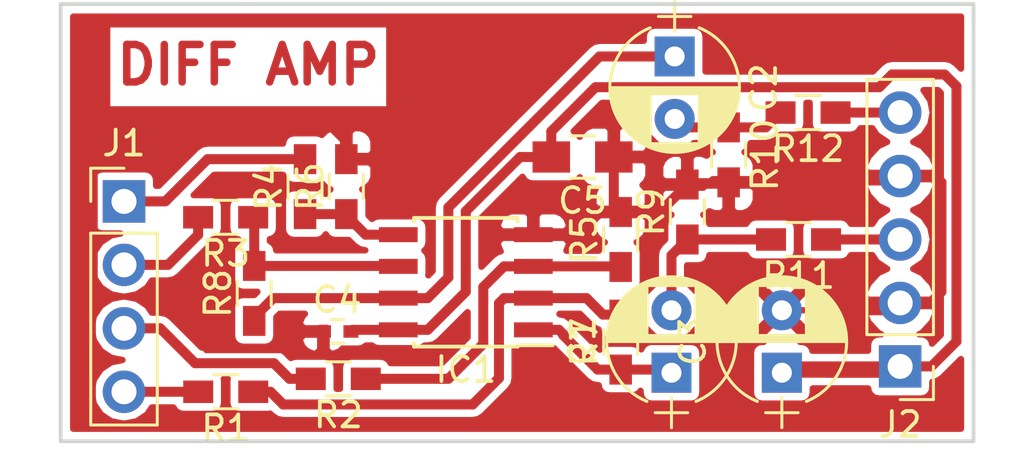
<source format=kicad_pcb>
(kicad_pcb (version 4) (host pcbnew 4.0.6)

  (general
    (links 35)
    (no_connects 0)
    (area 190.424999 72.924999 221.575001 90.575001)
    (thickness 1.6)
    (drawings 7)
    (tracks 162)
    (zones 0)
    (modules 20)
    (nets 17)
  )

  (page A4)
  (layers
    (0 F.Cu signal)
    (31 B.Cu signal)
    (32 B.Adhes user)
    (33 F.Adhes user)
    (34 B.Paste user)
    (35 F.Paste user)
    (36 B.SilkS user)
    (37 F.SilkS user)
    (38 B.Mask user)
    (39 F.Mask user)
    (40 Dwgs.User user)
    (41 Cmts.User user)
    (42 Eco1.User user)
    (43 Eco2.User user)
    (44 Edge.Cuts user)
    (45 Margin user)
    (46 B.CrtYd user)
    (47 F.CrtYd user)
    (48 B.Fab user)
    (49 F.Fab user)
  )

  (setup
    (last_trace_width 0.25)
    (user_trace_width 0.4)
    (trace_clearance 0.2)
    (zone_clearance 0.3)
    (zone_45_only no)
    (trace_min 0.2)
    (segment_width 0.2)
    (edge_width 0.15)
    (via_size 0.6)
    (via_drill 0.4)
    (via_min_size 0.4)
    (via_min_drill 0.3)
    (uvia_size 0.3)
    (uvia_drill 0.1)
    (uvias_allowed no)
    (uvia_min_size 0.2)
    (uvia_min_drill 0.1)
    (pcb_text_width 0.3)
    (pcb_text_size 1.5 1.5)
    (mod_edge_width 0.15)
    (mod_text_size 1 1)
    (mod_text_width 0.15)
    (pad_size 1.524 1.524)
    (pad_drill 0.762)
    (pad_to_mask_clearance 0.2)
    (aux_axis_origin 0 0)
    (visible_elements FFFFFF7F)
    (pcbplotparams
      (layerselection 0x00000_00000001)
      (usegerberextensions false)
      (excludeedgelayer true)
      (linewidth 0.100000)
      (plotframeref false)
      (viasonmask false)
      (mode 1)
      (useauxorigin false)
      (hpglpennumber 1)
      (hpglpenspeed 20)
      (hpglpendiameter 15)
      (hpglpenoverlay 2)
      (psnegative true)
      (psa4output false)
      (plotreference true)
      (plotvalue true)
      (plotinvisibletext false)
      (padsonsilk false)
      (subtractmaskfromsilk false)
      (outputformat 5)
      (mirror true)
      (drillshape 1)
      (scaleselection 1)
      (outputdirectory svg))
  )

  (net 0 "")
  (net 1 "Net-(C1-Pad1)")
  (net 2 "Net-(C1-Pad2)")
  (net 3 "Net-(C2-Pad1)")
  (net 4 "Net-(C2-Pad2)")
  (net 5 +5V)
  (net 6 GND)
  (net 7 "Net-(IC1-Pad2)")
  (net 8 "Net-(IC1-Pad3)")
  (net 9 "Net-(IC1-Pad5)")
  (net 10 "Net-(IC1-Pad6)")
  (net 11 "Net-(J1-Pad1)")
  (net 12 "Net-(J1-Pad2)")
  (net 13 "Net-(J1-Pad3)")
  (net 14 "Net-(J1-Pad4)")
  (net 15 "Net-(J2-Pad3)")
  (net 16 "Net-(J2-Pad5)")

  (net_class Default "This is the default net class."
    (clearance 0.2)
    (trace_width 0.25)
    (via_dia 0.6)
    (via_drill 0.4)
    (uvia_dia 0.3)
    (uvia_drill 0.1)
    (add_net +5V)
    (add_net GND)
    (add_net "Net-(C1-Pad1)")
    (add_net "Net-(C1-Pad2)")
    (add_net "Net-(C2-Pad1)")
    (add_net "Net-(C2-Pad2)")
    (add_net "Net-(IC1-Pad2)")
    (add_net "Net-(IC1-Pad3)")
    (add_net "Net-(IC1-Pad5)")
    (add_net "Net-(IC1-Pad6)")
    (add_net "Net-(J1-Pad1)")
    (add_net "Net-(J1-Pad2)")
    (add_net "Net-(J1-Pad3)")
    (add_net "Net-(J1-Pad4)")
    (add_net "Net-(J2-Pad3)")
    (add_net "Net-(J2-Pad5)")
  )

  (module Housings_SOIC:SOIC-8_3.9x4.9mm_Pitch1.27mm (layer F.Cu) (tedit 58CD0CDA) (tstamp 58FDE440)
    (at 199.2 84.135 180)
    (descr "8-Lead Plastic Small Outline (SN) - Narrow, 3.90 mm Body [SOIC] (see Microchip Packaging Specification 00000049BS.pdf)")
    (tags "SOIC 1.27")
    (path /58F102D3)
    (attr smd)
    (fp_text reference IC1 (at 0 -3.5 180) (layer F.SilkS)
      (effects (font (size 1 1) (thickness 0.15)))
    )
    (fp_text value AD8656 (at 0 3.5 180) (layer F.Fab)
      (effects (font (size 1 1) (thickness 0.15)))
    )
    (fp_text user %R (at 0 0 180) (layer F.Fab)
      (effects (font (size 1 1) (thickness 0.15)))
    )
    (fp_line (start -0.95 -2.45) (end 1.95 -2.45) (layer F.Fab) (width 0.1))
    (fp_line (start 1.95 -2.45) (end 1.95 2.45) (layer F.Fab) (width 0.1))
    (fp_line (start 1.95 2.45) (end -1.95 2.45) (layer F.Fab) (width 0.1))
    (fp_line (start -1.95 2.45) (end -1.95 -1.45) (layer F.Fab) (width 0.1))
    (fp_line (start -1.95 -1.45) (end -0.95 -2.45) (layer F.Fab) (width 0.1))
    (fp_line (start -3.73 -2.7) (end -3.73 2.7) (layer F.CrtYd) (width 0.05))
    (fp_line (start 3.73 -2.7) (end 3.73 2.7) (layer F.CrtYd) (width 0.05))
    (fp_line (start -3.73 -2.7) (end 3.73 -2.7) (layer F.CrtYd) (width 0.05))
    (fp_line (start -3.73 2.7) (end 3.73 2.7) (layer F.CrtYd) (width 0.05))
    (fp_line (start -2.075 -2.575) (end -2.075 -2.525) (layer F.SilkS) (width 0.15))
    (fp_line (start 2.075 -2.575) (end 2.075 -2.43) (layer F.SilkS) (width 0.15))
    (fp_line (start 2.075 2.575) (end 2.075 2.43) (layer F.SilkS) (width 0.15))
    (fp_line (start -2.075 2.575) (end -2.075 2.43) (layer F.SilkS) (width 0.15))
    (fp_line (start -2.075 -2.575) (end 2.075 -2.575) (layer F.SilkS) (width 0.15))
    (fp_line (start -2.075 2.575) (end 2.075 2.575) (layer F.SilkS) (width 0.15))
    (fp_line (start -2.075 -2.525) (end -3.475 -2.525) (layer F.SilkS) (width 0.15))
    (pad 1 smd rect (at -2.7 -1.905 180) (size 1.55 0.6) (layers F.Cu F.Paste F.Mask)
      (net 1 "Net-(C1-Pad1)"))
    (pad 2 smd rect (at -2.7 -0.635 180) (size 1.55 0.6) (layers F.Cu F.Paste F.Mask)
      (net 7 "Net-(IC1-Pad2)"))
    (pad 3 smd rect (at -2.7 0.635 180) (size 1.55 0.6) (layers F.Cu F.Paste F.Mask)
      (net 8 "Net-(IC1-Pad3)"))
    (pad 4 smd rect (at -2.7 1.905 180) (size 1.55 0.6) (layers F.Cu F.Paste F.Mask)
      (net 6 GND))
    (pad 5 smd rect (at 2.7 1.905 180) (size 1.55 0.6) (layers F.Cu F.Paste F.Mask)
      (net 9 "Net-(IC1-Pad5)"))
    (pad 6 smd rect (at 2.7 0.635 180) (size 1.55 0.6) (layers F.Cu F.Paste F.Mask)
      (net 10 "Net-(IC1-Pad6)"))
    (pad 7 smd rect (at 2.7 -0.635 180) (size 1.55 0.6) (layers F.Cu F.Paste F.Mask)
      (net 3 "Net-(C2-Pad1)"))
    (pad 8 smd rect (at 2.7 -1.905 180) (size 1.55 0.6) (layers F.Cu F.Paste F.Mask)
      (net 5 +5V))
    (model Housings_SOIC.3dshapes/SOIC-8_3.9x4.9mm_Pitch1.27mm.wrl
      (at (xyz 0 0 0))
      (scale (xyz 1 1 1))
      (rotate (xyz 0 0 0))
    )
  )

  (module Capacitors_THT:CP_Radial_D5.0mm_P2.50mm (layer F.Cu) (tedit 58765D06) (tstamp 58F4E44F)
    (at 211.836 87.757 90)
    (descr "CP, Radial series, Radial, pin pitch=2.50mm, , diameter=5mm, Electrolytic Capacitor")
    (tags "CP Radial series Radial pin pitch 2.50mm  diameter 5mm Electrolytic Capacitor")
    (path /58F53713)
    (fp_text reference C3 (at 1.25 -3.56 90) (layer F.SilkS)
      (effects (font (size 1 1) (thickness 0.15)))
    )
    (fp_text value 100uF (at 1.25 3.56 90) (layer F.Fab)
      (effects (font (size 1 1) (thickness 0.15)))
    )
    (fp_arc (start 1.25 0) (end -1.147436 -0.98) (angle 135.5) (layer F.SilkS) (width 0.12))
    (fp_arc (start 1.25 0) (end -1.147436 0.98) (angle -135.5) (layer F.SilkS) (width 0.12))
    (fp_arc (start 1.25 0) (end 3.647436 -0.98) (angle 44.5) (layer F.SilkS) (width 0.12))
    (fp_circle (center 1.25 0) (end 3.75 0) (layer F.Fab) (width 0.1))
    (fp_line (start -2.2 0) (end -1 0) (layer F.Fab) (width 0.1))
    (fp_line (start -1.6 -0.65) (end -1.6 0.65) (layer F.Fab) (width 0.1))
    (fp_line (start 1.25 -2.55) (end 1.25 2.55) (layer F.SilkS) (width 0.12))
    (fp_line (start 1.29 -2.55) (end 1.29 2.55) (layer F.SilkS) (width 0.12))
    (fp_line (start 1.33 -2.549) (end 1.33 2.549) (layer F.SilkS) (width 0.12))
    (fp_line (start 1.37 -2.548) (end 1.37 2.548) (layer F.SilkS) (width 0.12))
    (fp_line (start 1.41 -2.546) (end 1.41 2.546) (layer F.SilkS) (width 0.12))
    (fp_line (start 1.45 -2.543) (end 1.45 2.543) (layer F.SilkS) (width 0.12))
    (fp_line (start 1.49 -2.539) (end 1.49 2.539) (layer F.SilkS) (width 0.12))
    (fp_line (start 1.53 -2.535) (end 1.53 -0.98) (layer F.SilkS) (width 0.12))
    (fp_line (start 1.53 0.98) (end 1.53 2.535) (layer F.SilkS) (width 0.12))
    (fp_line (start 1.57 -2.531) (end 1.57 -0.98) (layer F.SilkS) (width 0.12))
    (fp_line (start 1.57 0.98) (end 1.57 2.531) (layer F.SilkS) (width 0.12))
    (fp_line (start 1.61 -2.525) (end 1.61 -0.98) (layer F.SilkS) (width 0.12))
    (fp_line (start 1.61 0.98) (end 1.61 2.525) (layer F.SilkS) (width 0.12))
    (fp_line (start 1.65 -2.519) (end 1.65 -0.98) (layer F.SilkS) (width 0.12))
    (fp_line (start 1.65 0.98) (end 1.65 2.519) (layer F.SilkS) (width 0.12))
    (fp_line (start 1.69 -2.513) (end 1.69 -0.98) (layer F.SilkS) (width 0.12))
    (fp_line (start 1.69 0.98) (end 1.69 2.513) (layer F.SilkS) (width 0.12))
    (fp_line (start 1.73 -2.506) (end 1.73 -0.98) (layer F.SilkS) (width 0.12))
    (fp_line (start 1.73 0.98) (end 1.73 2.506) (layer F.SilkS) (width 0.12))
    (fp_line (start 1.77 -2.498) (end 1.77 -0.98) (layer F.SilkS) (width 0.12))
    (fp_line (start 1.77 0.98) (end 1.77 2.498) (layer F.SilkS) (width 0.12))
    (fp_line (start 1.81 -2.489) (end 1.81 -0.98) (layer F.SilkS) (width 0.12))
    (fp_line (start 1.81 0.98) (end 1.81 2.489) (layer F.SilkS) (width 0.12))
    (fp_line (start 1.85 -2.48) (end 1.85 -0.98) (layer F.SilkS) (width 0.12))
    (fp_line (start 1.85 0.98) (end 1.85 2.48) (layer F.SilkS) (width 0.12))
    (fp_line (start 1.89 -2.47) (end 1.89 -0.98) (layer F.SilkS) (width 0.12))
    (fp_line (start 1.89 0.98) (end 1.89 2.47) (layer F.SilkS) (width 0.12))
    (fp_line (start 1.93 -2.46) (end 1.93 -0.98) (layer F.SilkS) (width 0.12))
    (fp_line (start 1.93 0.98) (end 1.93 2.46) (layer F.SilkS) (width 0.12))
    (fp_line (start 1.971 -2.448) (end 1.971 -0.98) (layer F.SilkS) (width 0.12))
    (fp_line (start 1.971 0.98) (end 1.971 2.448) (layer F.SilkS) (width 0.12))
    (fp_line (start 2.011 -2.436) (end 2.011 -0.98) (layer F.SilkS) (width 0.12))
    (fp_line (start 2.011 0.98) (end 2.011 2.436) (layer F.SilkS) (width 0.12))
    (fp_line (start 2.051 -2.424) (end 2.051 -0.98) (layer F.SilkS) (width 0.12))
    (fp_line (start 2.051 0.98) (end 2.051 2.424) (layer F.SilkS) (width 0.12))
    (fp_line (start 2.091 -2.41) (end 2.091 -0.98) (layer F.SilkS) (width 0.12))
    (fp_line (start 2.091 0.98) (end 2.091 2.41) (layer F.SilkS) (width 0.12))
    (fp_line (start 2.131 -2.396) (end 2.131 -0.98) (layer F.SilkS) (width 0.12))
    (fp_line (start 2.131 0.98) (end 2.131 2.396) (layer F.SilkS) (width 0.12))
    (fp_line (start 2.171 -2.382) (end 2.171 -0.98) (layer F.SilkS) (width 0.12))
    (fp_line (start 2.171 0.98) (end 2.171 2.382) (layer F.SilkS) (width 0.12))
    (fp_line (start 2.211 -2.366) (end 2.211 -0.98) (layer F.SilkS) (width 0.12))
    (fp_line (start 2.211 0.98) (end 2.211 2.366) (layer F.SilkS) (width 0.12))
    (fp_line (start 2.251 -2.35) (end 2.251 -0.98) (layer F.SilkS) (width 0.12))
    (fp_line (start 2.251 0.98) (end 2.251 2.35) (layer F.SilkS) (width 0.12))
    (fp_line (start 2.291 -2.333) (end 2.291 -0.98) (layer F.SilkS) (width 0.12))
    (fp_line (start 2.291 0.98) (end 2.291 2.333) (layer F.SilkS) (width 0.12))
    (fp_line (start 2.331 -2.315) (end 2.331 -0.98) (layer F.SilkS) (width 0.12))
    (fp_line (start 2.331 0.98) (end 2.331 2.315) (layer F.SilkS) (width 0.12))
    (fp_line (start 2.371 -2.296) (end 2.371 -0.98) (layer F.SilkS) (width 0.12))
    (fp_line (start 2.371 0.98) (end 2.371 2.296) (layer F.SilkS) (width 0.12))
    (fp_line (start 2.411 -2.276) (end 2.411 -0.98) (layer F.SilkS) (width 0.12))
    (fp_line (start 2.411 0.98) (end 2.411 2.276) (layer F.SilkS) (width 0.12))
    (fp_line (start 2.451 -2.256) (end 2.451 -0.98) (layer F.SilkS) (width 0.12))
    (fp_line (start 2.451 0.98) (end 2.451 2.256) (layer F.SilkS) (width 0.12))
    (fp_line (start 2.491 -2.234) (end 2.491 -0.98) (layer F.SilkS) (width 0.12))
    (fp_line (start 2.491 0.98) (end 2.491 2.234) (layer F.SilkS) (width 0.12))
    (fp_line (start 2.531 -2.212) (end 2.531 -0.98) (layer F.SilkS) (width 0.12))
    (fp_line (start 2.531 0.98) (end 2.531 2.212) (layer F.SilkS) (width 0.12))
    (fp_line (start 2.571 -2.189) (end 2.571 -0.98) (layer F.SilkS) (width 0.12))
    (fp_line (start 2.571 0.98) (end 2.571 2.189) (layer F.SilkS) (width 0.12))
    (fp_line (start 2.611 -2.165) (end 2.611 -0.98) (layer F.SilkS) (width 0.12))
    (fp_line (start 2.611 0.98) (end 2.611 2.165) (layer F.SilkS) (width 0.12))
    (fp_line (start 2.651 -2.14) (end 2.651 -0.98) (layer F.SilkS) (width 0.12))
    (fp_line (start 2.651 0.98) (end 2.651 2.14) (layer F.SilkS) (width 0.12))
    (fp_line (start 2.691 -2.113) (end 2.691 -0.98) (layer F.SilkS) (width 0.12))
    (fp_line (start 2.691 0.98) (end 2.691 2.113) (layer F.SilkS) (width 0.12))
    (fp_line (start 2.731 -2.086) (end 2.731 -0.98) (layer F.SilkS) (width 0.12))
    (fp_line (start 2.731 0.98) (end 2.731 2.086) (layer F.SilkS) (width 0.12))
    (fp_line (start 2.771 -2.058) (end 2.771 -0.98) (layer F.SilkS) (width 0.12))
    (fp_line (start 2.771 0.98) (end 2.771 2.058) (layer F.SilkS) (width 0.12))
    (fp_line (start 2.811 -2.028) (end 2.811 -0.98) (layer F.SilkS) (width 0.12))
    (fp_line (start 2.811 0.98) (end 2.811 2.028) (layer F.SilkS) (width 0.12))
    (fp_line (start 2.851 -1.997) (end 2.851 -0.98) (layer F.SilkS) (width 0.12))
    (fp_line (start 2.851 0.98) (end 2.851 1.997) (layer F.SilkS) (width 0.12))
    (fp_line (start 2.891 -1.965) (end 2.891 -0.98) (layer F.SilkS) (width 0.12))
    (fp_line (start 2.891 0.98) (end 2.891 1.965) (layer F.SilkS) (width 0.12))
    (fp_line (start 2.931 -1.932) (end 2.931 -0.98) (layer F.SilkS) (width 0.12))
    (fp_line (start 2.931 0.98) (end 2.931 1.932) (layer F.SilkS) (width 0.12))
    (fp_line (start 2.971 -1.897) (end 2.971 -0.98) (layer F.SilkS) (width 0.12))
    (fp_line (start 2.971 0.98) (end 2.971 1.897) (layer F.SilkS) (width 0.12))
    (fp_line (start 3.011 -1.861) (end 3.011 -0.98) (layer F.SilkS) (width 0.12))
    (fp_line (start 3.011 0.98) (end 3.011 1.861) (layer F.SilkS) (width 0.12))
    (fp_line (start 3.051 -1.823) (end 3.051 -0.98) (layer F.SilkS) (width 0.12))
    (fp_line (start 3.051 0.98) (end 3.051 1.823) (layer F.SilkS) (width 0.12))
    (fp_line (start 3.091 -1.783) (end 3.091 -0.98) (layer F.SilkS) (width 0.12))
    (fp_line (start 3.091 0.98) (end 3.091 1.783) (layer F.SilkS) (width 0.12))
    (fp_line (start 3.131 -1.742) (end 3.131 -0.98) (layer F.SilkS) (width 0.12))
    (fp_line (start 3.131 0.98) (end 3.131 1.742) (layer F.SilkS) (width 0.12))
    (fp_line (start 3.171 -1.699) (end 3.171 -0.98) (layer F.SilkS) (width 0.12))
    (fp_line (start 3.171 0.98) (end 3.171 1.699) (layer F.SilkS) (width 0.12))
    (fp_line (start 3.211 -1.654) (end 3.211 -0.98) (layer F.SilkS) (width 0.12))
    (fp_line (start 3.211 0.98) (end 3.211 1.654) (layer F.SilkS) (width 0.12))
    (fp_line (start 3.251 -1.606) (end 3.251 -0.98) (layer F.SilkS) (width 0.12))
    (fp_line (start 3.251 0.98) (end 3.251 1.606) (layer F.SilkS) (width 0.12))
    (fp_line (start 3.291 -1.556) (end 3.291 -0.98) (layer F.SilkS) (width 0.12))
    (fp_line (start 3.291 0.98) (end 3.291 1.556) (layer F.SilkS) (width 0.12))
    (fp_line (start 3.331 -1.504) (end 3.331 -0.98) (layer F.SilkS) (width 0.12))
    (fp_line (start 3.331 0.98) (end 3.331 1.504) (layer F.SilkS) (width 0.12))
    (fp_line (start 3.371 -1.448) (end 3.371 -0.98) (layer F.SilkS) (width 0.12))
    (fp_line (start 3.371 0.98) (end 3.371 1.448) (layer F.SilkS) (width 0.12))
    (fp_line (start 3.411 -1.39) (end 3.411 -0.98) (layer F.SilkS) (width 0.12))
    (fp_line (start 3.411 0.98) (end 3.411 1.39) (layer F.SilkS) (width 0.12))
    (fp_line (start 3.451 -1.327) (end 3.451 -0.98) (layer F.SilkS) (width 0.12))
    (fp_line (start 3.451 0.98) (end 3.451 1.327) (layer F.SilkS) (width 0.12))
    (fp_line (start 3.491 -1.261) (end 3.491 1.261) (layer F.SilkS) (width 0.12))
    (fp_line (start 3.531 -1.189) (end 3.531 1.189) (layer F.SilkS) (width 0.12))
    (fp_line (start 3.571 -1.112) (end 3.571 1.112) (layer F.SilkS) (width 0.12))
    (fp_line (start 3.611 -1.028) (end 3.611 1.028) (layer F.SilkS) (width 0.12))
    (fp_line (start 3.651 -0.934) (end 3.651 0.934) (layer F.SilkS) (width 0.12))
    (fp_line (start 3.691 -0.829) (end 3.691 0.829) (layer F.SilkS) (width 0.12))
    (fp_line (start 3.731 -0.707) (end 3.731 0.707) (layer F.SilkS) (width 0.12))
    (fp_line (start 3.771 -0.559) (end 3.771 0.559) (layer F.SilkS) (width 0.12))
    (fp_line (start 3.811 -0.354) (end 3.811 0.354) (layer F.SilkS) (width 0.12))
    (fp_line (start -2.2 0) (end -1 0) (layer F.SilkS) (width 0.12))
    (fp_line (start -1.6 -0.65) (end -1.6 0.65) (layer F.SilkS) (width 0.12))
    (fp_line (start -1.6 -2.85) (end -1.6 2.85) (layer F.CrtYd) (width 0.05))
    (fp_line (start -1.6 2.85) (end 4.1 2.85) (layer F.CrtYd) (width 0.05))
    (fp_line (start 4.1 2.85) (end 4.1 -2.85) (layer F.CrtYd) (width 0.05))
    (fp_line (start 4.1 -2.85) (end -1.6 -2.85) (layer F.CrtYd) (width 0.05))
    (pad 1 thru_hole rect (at 0 0 90) (size 1.6 1.6) (drill 0.8) (layers *.Cu *.Mask)
      (net 5 +5V))
    (pad 2 thru_hole circle (at 2.5 0 90) (size 1.6 1.6) (drill 0.8) (layers *.Cu *.Mask)
      (net 6 GND))
    (model Capacitors_THT.3dshapes/CP_Radial_D5.0mm_P2.50mm.wrl
      (at (xyz 0 0 0))
      (scale (xyz 0.393701 0.393701 0.393701))
      (rotate (xyz 0 0 0))
    )
  )

  (module Pin_Headers:Pin_Header_Straight_1x05_Pitch2.54mm (layer F.Cu) (tedit 58CD4EC1) (tstamp 58F4E478)
    (at 216.567 87.503 180)
    (descr "Through hole straight pin header, 1x05, 2.54mm pitch, single row")
    (tags "Through hole pin header THT 1x05 2.54mm single row")
    (path /58F3C08E)
    (fp_text reference J2 (at 0 -2.33 180) (layer F.SilkS)
      (effects (font (size 1 1) (thickness 0.15)))
    )
    (fp_text value CONN_01X05 (at 0 12.49 180) (layer F.Fab)
      (effects (font (size 1 1) (thickness 0.15)))
    )
    (fp_line (start -1.27 -1.27) (end -1.27 11.43) (layer F.Fab) (width 0.1))
    (fp_line (start -1.27 11.43) (end 1.27 11.43) (layer F.Fab) (width 0.1))
    (fp_line (start 1.27 11.43) (end 1.27 -1.27) (layer F.Fab) (width 0.1))
    (fp_line (start 1.27 -1.27) (end -1.27 -1.27) (layer F.Fab) (width 0.1))
    (fp_line (start -1.33 1.27) (end -1.33 11.49) (layer F.SilkS) (width 0.12))
    (fp_line (start -1.33 11.49) (end 1.33 11.49) (layer F.SilkS) (width 0.12))
    (fp_line (start 1.33 11.49) (end 1.33 1.27) (layer F.SilkS) (width 0.12))
    (fp_line (start 1.33 1.27) (end -1.33 1.27) (layer F.SilkS) (width 0.12))
    (fp_line (start -1.33 0) (end -1.33 -1.33) (layer F.SilkS) (width 0.12))
    (fp_line (start -1.33 -1.33) (end 0 -1.33) (layer F.SilkS) (width 0.12))
    (fp_line (start -1.8 -1.8) (end -1.8 11.95) (layer F.CrtYd) (width 0.05))
    (fp_line (start -1.8 11.95) (end 1.8 11.95) (layer F.CrtYd) (width 0.05))
    (fp_line (start 1.8 11.95) (end 1.8 -1.8) (layer F.CrtYd) (width 0.05))
    (fp_line (start 1.8 -1.8) (end -1.8 -1.8) (layer F.CrtYd) (width 0.05))
    (fp_text user %R (at 0 -2.33 180) (layer F.Fab)
      (effects (font (size 1 1) (thickness 0.15)))
    )
    (pad 1 thru_hole rect (at 0 0 180) (size 1.7 1.7) (drill 1) (layers *.Cu *.Mask)
      (net 5 +5V))
    (pad 2 thru_hole oval (at 0 2.54 180) (size 1.7 1.7) (drill 1) (layers *.Cu *.Mask)
      (net 6 GND))
    (pad 3 thru_hole oval (at 0 5.08 180) (size 1.7 1.7) (drill 1) (layers *.Cu *.Mask)
      (net 15 "Net-(J2-Pad3)"))
    (pad 4 thru_hole oval (at 0 7.62 180) (size 1.7 1.7) (drill 1) (layers *.Cu *.Mask)
      (net 6 GND))
    (pad 5 thru_hole oval (at 0 10.16 180) (size 1.7 1.7) (drill 1) (layers *.Cu *.Mask)
      (net 16 "Net-(J2-Pad5)"))
    (model ${KISYS3DMOD}/Pin_Headers.3dshapes/Pin_Header_Straight_1x05_Pitch2.54mm.wrl
      (at (xyz 0 -0.2 0))
      (scale (xyz 1 1 1))
      (rotate (xyz 0 0 90))
    )
  )

  (module Resistors_SMD:R_0603_HandSoldering (layer F.Cu) (tedit 58AAD9E8) (tstamp 58F4E4C0)
    (at 212.884 77.343 180)
    (descr "Resistor SMD 0603, hand soldering")
    (tags "resistor 0603")
    (path /58F3B331)
    (attr smd)
    (fp_text reference R12 (at 0 -1.45 180) (layer F.SilkS)
      (effects (font (size 1 1) (thickness 0.15)))
    )
    (fp_text value 0.5k (at 0 1.55 180) (layer F.Fab)
      (effects (font (size 1 1) (thickness 0.15)))
    )
    (fp_text user %R (at 0 -1.45 180) (layer F.Fab)
      (effects (font (size 1 1) (thickness 0.15)))
    )
    (fp_line (start -0.8 0.4) (end -0.8 -0.4) (layer F.Fab) (width 0.1))
    (fp_line (start 0.8 0.4) (end -0.8 0.4) (layer F.Fab) (width 0.1))
    (fp_line (start 0.8 -0.4) (end 0.8 0.4) (layer F.Fab) (width 0.1))
    (fp_line (start -0.8 -0.4) (end 0.8 -0.4) (layer F.Fab) (width 0.1))
    (fp_line (start 0.5 0.68) (end -0.5 0.68) (layer F.SilkS) (width 0.12))
    (fp_line (start -0.5 -0.68) (end 0.5 -0.68) (layer F.SilkS) (width 0.12))
    (fp_line (start -1.96 -0.7) (end 1.95 -0.7) (layer F.CrtYd) (width 0.05))
    (fp_line (start -1.96 -0.7) (end -1.96 0.7) (layer F.CrtYd) (width 0.05))
    (fp_line (start 1.95 0.7) (end 1.95 -0.7) (layer F.CrtYd) (width 0.05))
    (fp_line (start 1.95 0.7) (end -1.96 0.7) (layer F.CrtYd) (width 0.05))
    (pad 1 smd rect (at -1.1 0 180) (size 1.2 0.9) (layers F.Cu F.Paste F.Mask)
      (net 16 "Net-(J2-Pad5)"))
    (pad 2 smd rect (at 1.1 0 180) (size 1.2 0.9) (layers F.Cu F.Paste F.Mask)
      (net 4 "Net-(C2-Pad2)"))
    (model Resistors_SMD.3dshapes/R_0603.wrl
      (at (xyz 0 0 0))
      (scale (xyz 1 1 1))
      (rotate (xyz 0 0 0))
    )
  )

  (module Resistors_SMD:R_0603_HandSoldering (layer F.Cu) (tedit 58AAD9E8) (tstamp 58F4E490)
    (at 192.771 80.307 90)
    (descr "Resistor SMD 0603, hand soldering")
    (tags "resistor 0603")
    (path /58F114D7)
    (attr smd)
    (fp_text reference R4 (at 0 -1.45 90) (layer F.SilkS)
      (effects (font (size 1 1) (thickness 0.15)))
    )
    (fp_text value 1k (at 0 1.55 90) (layer F.Fab)
      (effects (font (size 1 1) (thickness 0.15)))
    )
    (fp_text user %R (at 0 -1.45 90) (layer F.Fab)
      (effects (font (size 1 1) (thickness 0.15)))
    )
    (fp_line (start -0.8 0.4) (end -0.8 -0.4) (layer F.Fab) (width 0.1))
    (fp_line (start 0.8 0.4) (end -0.8 0.4) (layer F.Fab) (width 0.1))
    (fp_line (start 0.8 -0.4) (end 0.8 0.4) (layer F.Fab) (width 0.1))
    (fp_line (start -0.8 -0.4) (end 0.8 -0.4) (layer F.Fab) (width 0.1))
    (fp_line (start 0.5 0.68) (end -0.5 0.68) (layer F.SilkS) (width 0.12))
    (fp_line (start -0.5 -0.68) (end 0.5 -0.68) (layer F.SilkS) (width 0.12))
    (fp_line (start -1.96 -0.7) (end 1.95 -0.7) (layer F.CrtYd) (width 0.05))
    (fp_line (start -1.96 -0.7) (end -1.96 0.7) (layer F.CrtYd) (width 0.05))
    (fp_line (start 1.95 0.7) (end 1.95 -0.7) (layer F.CrtYd) (width 0.05))
    (fp_line (start 1.95 0.7) (end -1.96 0.7) (layer F.CrtYd) (width 0.05))
    (pad 1 smd rect (at -1.1 0 90) (size 1.2 0.9) (layers F.Cu F.Paste F.Mask)
      (net 9 "Net-(IC1-Pad5)"))
    (pad 2 smd rect (at 1.1 0 90) (size 1.2 0.9) (layers F.Cu F.Paste F.Mask)
      (net 11 "Net-(J1-Pad1)"))
    (model Resistors_SMD.3dshapes/R_0603.wrl
      (at (xyz 0 0 0))
      (scale (xyz 1 1 1))
      (rotate (xyz 0 0 0))
    )
  )

  (module Pin_Headers:Pin_Header_Straight_1x04_Pitch2.54mm (layer F.Cu) (tedit 58CD4EC1) (tstamp 58F4E46F)
    (at 185.532 80.899)
    (descr "Through hole straight pin header, 1x04, 2.54mm pitch, single row")
    (tags "Through hole pin header THT 1x04 2.54mm single row")
    (path /58F3BDEA)
    (fp_text reference J1 (at 0 -2.33) (layer F.SilkS)
      (effects (font (size 1 1) (thickness 0.15)))
    )
    (fp_text value CONN_01X04 (at 0 9.95) (layer F.Fab)
      (effects (font (size 1 1) (thickness 0.15)))
    )
    (fp_line (start -1.27 -1.27) (end -1.27 8.89) (layer F.Fab) (width 0.1))
    (fp_line (start -1.27 8.89) (end 1.27 8.89) (layer F.Fab) (width 0.1))
    (fp_line (start 1.27 8.89) (end 1.27 -1.27) (layer F.Fab) (width 0.1))
    (fp_line (start 1.27 -1.27) (end -1.27 -1.27) (layer F.Fab) (width 0.1))
    (fp_line (start -1.33 1.27) (end -1.33 8.95) (layer F.SilkS) (width 0.12))
    (fp_line (start -1.33 8.95) (end 1.33 8.95) (layer F.SilkS) (width 0.12))
    (fp_line (start 1.33 8.95) (end 1.33 1.27) (layer F.SilkS) (width 0.12))
    (fp_line (start 1.33 1.27) (end -1.33 1.27) (layer F.SilkS) (width 0.12))
    (fp_line (start -1.33 0) (end -1.33 -1.33) (layer F.SilkS) (width 0.12))
    (fp_line (start -1.33 -1.33) (end 0 -1.33) (layer F.SilkS) (width 0.12))
    (fp_line (start -1.8 -1.8) (end -1.8 9.4) (layer F.CrtYd) (width 0.05))
    (fp_line (start -1.8 9.4) (end 1.8 9.4) (layer F.CrtYd) (width 0.05))
    (fp_line (start 1.8 9.4) (end 1.8 -1.8) (layer F.CrtYd) (width 0.05))
    (fp_line (start 1.8 -1.8) (end -1.8 -1.8) (layer F.CrtYd) (width 0.05))
    (fp_text user %R (at 0 -2.33) (layer F.Fab)
      (effects (font (size 1 1) (thickness 0.15)))
    )
    (pad 1 thru_hole rect (at 0 0) (size 1.7 1.7) (drill 1) (layers *.Cu *.Mask)
      (net 11 "Net-(J1-Pad1)"))
    (pad 2 thru_hole oval (at 0 2.54) (size 1.7 1.7) (drill 1) (layers *.Cu *.Mask)
      (net 12 "Net-(J1-Pad2)"))
    (pad 3 thru_hole oval (at 0 5.08) (size 1.7 1.7) (drill 1) (layers *.Cu *.Mask)
      (net 13 "Net-(J1-Pad3)"))
    (pad 4 thru_hole oval (at 0 7.62) (size 1.7 1.7) (drill 1) (layers *.Cu *.Mask)
      (net 14 "Net-(J1-Pad4)"))
    (model ${KISYS3DMOD}/Pin_Headers.3dshapes/Pin_Header_Straight_1x04_Pitch2.54mm.wrl
      (at (xyz 0 -0.15 0))
      (scale (xyz 1 1 1))
      (rotate (xyz 0 0 90))
    )
  )

  (module Resistors_SMD:R_0603_HandSoldering (layer F.Cu) (tedit 58AAD9E8) (tstamp 58F4E47E)
    (at 189.6 88.519 180)
    (descr "Resistor SMD 0603, hand soldering")
    (tags "resistor 0603")
    (path /58F3A76D)
    (attr smd)
    (fp_text reference R1 (at 0 -1.45 180) (layer F.SilkS)
      (effects (font (size 1 1) (thickness 0.15)))
    )
    (fp_text value 1k (at 0 1.55 180) (layer F.Fab)
      (effects (font (size 1 1) (thickness 0.15)))
    )
    (fp_text user %R (at 0 -1.45 180) (layer F.Fab)
      (effects (font (size 1 1) (thickness 0.15)))
    )
    (fp_line (start -0.8 0.4) (end -0.8 -0.4) (layer F.Fab) (width 0.1))
    (fp_line (start 0.8 0.4) (end -0.8 0.4) (layer F.Fab) (width 0.1))
    (fp_line (start 0.8 -0.4) (end 0.8 0.4) (layer F.Fab) (width 0.1))
    (fp_line (start -0.8 -0.4) (end 0.8 -0.4) (layer F.Fab) (width 0.1))
    (fp_line (start 0.5 0.68) (end -0.5 0.68) (layer F.SilkS) (width 0.12))
    (fp_line (start -0.5 -0.68) (end 0.5 -0.68) (layer F.SilkS) (width 0.12))
    (fp_line (start -1.96 -0.7) (end 1.95 -0.7) (layer F.CrtYd) (width 0.05))
    (fp_line (start -1.96 -0.7) (end -1.96 0.7) (layer F.CrtYd) (width 0.05))
    (fp_line (start 1.95 0.7) (end 1.95 -0.7) (layer F.CrtYd) (width 0.05))
    (fp_line (start 1.95 0.7) (end -1.96 0.7) (layer F.CrtYd) (width 0.05))
    (pad 1 smd rect (at -1.1 0 180) (size 1.2 0.9) (layers F.Cu F.Paste F.Mask)
      (net 7 "Net-(IC1-Pad2)"))
    (pad 2 smd rect (at 1.1 0 180) (size 1.2 0.9) (layers F.Cu F.Paste F.Mask)
      (net 14 "Net-(J1-Pad4)"))
    (model Resistors_SMD.3dshapes/R_0603.wrl
      (at (xyz 0 0 0))
      (scale (xyz 1 1 1))
      (rotate (xyz 0 0 0))
    )
  )

  (module Resistors_SMD:R_0603_HandSoldering (layer F.Cu) (tedit 58AAD9E8) (tstamp 58F4E484)
    (at 194.1 88 180)
    (descr "Resistor SMD 0603, hand soldering")
    (tags "resistor 0603")
    (path /58F11A0F)
    (attr smd)
    (fp_text reference R2 (at 0 -1.45 180) (layer F.SilkS)
      (effects (font (size 1 1) (thickness 0.15)))
    )
    (fp_text value 1k (at 0 1.55 180) (layer F.Fab)
      (effects (font (size 1 1) (thickness 0.15)))
    )
    (fp_text user %R (at 0 -1.45 180) (layer F.Fab)
      (effects (font (size 1 1) (thickness 0.15)))
    )
    (fp_line (start -0.8 0.4) (end -0.8 -0.4) (layer F.Fab) (width 0.1))
    (fp_line (start 0.8 0.4) (end -0.8 0.4) (layer F.Fab) (width 0.1))
    (fp_line (start 0.8 -0.4) (end 0.8 0.4) (layer F.Fab) (width 0.1))
    (fp_line (start -0.8 -0.4) (end 0.8 -0.4) (layer F.Fab) (width 0.1))
    (fp_line (start 0.5 0.68) (end -0.5 0.68) (layer F.SilkS) (width 0.12))
    (fp_line (start -0.5 -0.68) (end 0.5 -0.68) (layer F.SilkS) (width 0.12))
    (fp_line (start -1.96 -0.7) (end 1.95 -0.7) (layer F.CrtYd) (width 0.05))
    (fp_line (start -1.96 -0.7) (end -1.96 0.7) (layer F.CrtYd) (width 0.05))
    (fp_line (start 1.95 0.7) (end 1.95 -0.7) (layer F.CrtYd) (width 0.05))
    (fp_line (start 1.95 0.7) (end -1.96 0.7) (layer F.CrtYd) (width 0.05))
    (pad 1 smd rect (at -1.1 0 180) (size 1.2 0.9) (layers F.Cu F.Paste F.Mask)
      (net 8 "Net-(IC1-Pad3)"))
    (pad 2 smd rect (at 1.1 0 180) (size 1.2 0.9) (layers F.Cu F.Paste F.Mask)
      (net 13 "Net-(J1-Pad3)"))
    (model Resistors_SMD.3dshapes/R_0603.wrl
      (at (xyz 0 0 0))
      (scale (xyz 1 1 1))
      (rotate (xyz 0 0 0))
    )
  )

  (module Resistors_SMD:R_0603_HandSoldering (layer F.Cu) (tedit 58AAD9E8) (tstamp 58F4E48A)
    (at 189.596 81.534 180)
    (descr "Resistor SMD 0603, hand soldering")
    (tags "resistor 0603")
    (path /58F3A827)
    (attr smd)
    (fp_text reference R3 (at 0 -1.45 180) (layer F.SilkS)
      (effects (font (size 1 1) (thickness 0.15)))
    )
    (fp_text value 1k (at 0 1.55 180) (layer F.Fab)
      (effects (font (size 1 1) (thickness 0.15)))
    )
    (fp_text user %R (at 0 -1.45 180) (layer F.Fab)
      (effects (font (size 1 1) (thickness 0.15)))
    )
    (fp_line (start -0.8 0.4) (end -0.8 -0.4) (layer F.Fab) (width 0.1))
    (fp_line (start 0.8 0.4) (end -0.8 0.4) (layer F.Fab) (width 0.1))
    (fp_line (start 0.8 -0.4) (end 0.8 0.4) (layer F.Fab) (width 0.1))
    (fp_line (start -0.8 -0.4) (end 0.8 -0.4) (layer F.Fab) (width 0.1))
    (fp_line (start 0.5 0.68) (end -0.5 0.68) (layer F.SilkS) (width 0.12))
    (fp_line (start -0.5 -0.68) (end 0.5 -0.68) (layer F.SilkS) (width 0.12))
    (fp_line (start -1.96 -0.7) (end 1.95 -0.7) (layer F.CrtYd) (width 0.05))
    (fp_line (start -1.96 -0.7) (end -1.96 0.7) (layer F.CrtYd) (width 0.05))
    (fp_line (start 1.95 0.7) (end 1.95 -0.7) (layer F.CrtYd) (width 0.05))
    (fp_line (start 1.95 0.7) (end -1.96 0.7) (layer F.CrtYd) (width 0.05))
    (pad 1 smd rect (at -1.1 0 180) (size 1.2 0.9) (layers F.Cu F.Paste F.Mask)
      (net 10 "Net-(IC1-Pad6)"))
    (pad 2 smd rect (at 1.1 0 180) (size 1.2 0.9) (layers F.Cu F.Paste F.Mask)
      (net 12 "Net-(J1-Pad2)"))
    (model Resistors_SMD.3dshapes/R_0603.wrl
      (at (xyz 0 0 0))
      (scale (xyz 1 1 1))
      (rotate (xyz 0 0 0))
    )
  )

  (module Capacitors_SMD:C_0402 (layer F.Cu) (tedit 58AA841A) (tstamp 58F4E455)
    (at 194.056 86.106)
    (descr "Capacitor SMD 0402, reflow soldering, AVX (see smccp.pdf)")
    (tags "capacitor 0402")
    (path /58F3B021)
    (attr smd)
    (fp_text reference C4 (at 0 -1.27) (layer F.SilkS)
      (effects (font (size 1 1) (thickness 0.15)))
    )
    (fp_text value 0.1uF (at 0 1.27) (layer F.Fab)
      (effects (font (size 1 1) (thickness 0.15)))
    )
    (fp_text user %R (at 0 -1.27) (layer F.Fab)
      (effects (font (size 1 1) (thickness 0.15)))
    )
    (fp_line (start -0.5 0.25) (end -0.5 -0.25) (layer F.Fab) (width 0.1))
    (fp_line (start 0.5 0.25) (end -0.5 0.25) (layer F.Fab) (width 0.1))
    (fp_line (start 0.5 -0.25) (end 0.5 0.25) (layer F.Fab) (width 0.1))
    (fp_line (start -0.5 -0.25) (end 0.5 -0.25) (layer F.Fab) (width 0.1))
    (fp_line (start 0.25 -0.47) (end -0.25 -0.47) (layer F.SilkS) (width 0.12))
    (fp_line (start -0.25 0.47) (end 0.25 0.47) (layer F.SilkS) (width 0.12))
    (fp_line (start -1 -0.4) (end 1 -0.4) (layer F.CrtYd) (width 0.05))
    (fp_line (start -1 -0.4) (end -1 0.4) (layer F.CrtYd) (width 0.05))
    (fp_line (start 1 0.4) (end 1 -0.4) (layer F.CrtYd) (width 0.05))
    (fp_line (start 1 0.4) (end -1 0.4) (layer F.CrtYd) (width 0.05))
    (pad 1 smd rect (at -0.55 0) (size 0.6 0.5) (layers F.Cu F.Paste F.Mask)
      (net 6 GND))
    (pad 2 smd rect (at 0.55 0) (size 0.6 0.5) (layers F.Cu F.Paste F.Mask)
      (net 5 +5V))
    (model Capacitors_SMD.3dshapes/C_0402.wrl
      (at (xyz 0 0 0))
      (scale (xyz 1 1 1))
      (rotate (xyz 0 0 0))
    )
  )

  (module Capacitors_SMD:C_0805_HandSoldering (layer F.Cu) (tedit 58AA84A8) (tstamp 58F4E45B)
    (at 203.867 79.121 180)
    (descr "Capacitor SMD 0805, hand soldering")
    (tags "capacitor 0805")
    (path /58F3B05F)
    (attr smd)
    (fp_text reference C5 (at 0 -1.75 180) (layer F.SilkS)
      (effects (font (size 1 1) (thickness 0.15)))
    )
    (fp_text value 10nF (at 0 1.75 180) (layer F.Fab)
      (effects (font (size 1 1) (thickness 0.15)))
    )
    (fp_text user %R (at 0 -1.75 180) (layer F.Fab)
      (effects (font (size 1 1) (thickness 0.15)))
    )
    (fp_line (start -1 0.62) (end -1 -0.62) (layer F.Fab) (width 0.1))
    (fp_line (start 1 0.62) (end -1 0.62) (layer F.Fab) (width 0.1))
    (fp_line (start 1 -0.62) (end 1 0.62) (layer F.Fab) (width 0.1))
    (fp_line (start -1 -0.62) (end 1 -0.62) (layer F.Fab) (width 0.1))
    (fp_line (start 0.5 -0.85) (end -0.5 -0.85) (layer F.SilkS) (width 0.12))
    (fp_line (start -0.5 0.85) (end 0.5 0.85) (layer F.SilkS) (width 0.12))
    (fp_line (start -2.25 -0.88) (end 2.25 -0.88) (layer F.CrtYd) (width 0.05))
    (fp_line (start -2.25 -0.88) (end -2.25 0.87) (layer F.CrtYd) (width 0.05))
    (fp_line (start 2.25 0.87) (end 2.25 -0.88) (layer F.CrtYd) (width 0.05))
    (fp_line (start 2.25 0.87) (end -2.25 0.87) (layer F.CrtYd) (width 0.05))
    (pad 1 smd rect (at -1.25 0 180) (size 1.5 1.25) (layers F.Cu F.Paste F.Mask)
      (net 6 GND))
    (pad 2 smd rect (at 1.25 0 180) (size 1.5 1.25) (layers F.Cu F.Paste F.Mask)
      (net 5 +5V))
    (model Capacitors_SMD.3dshapes/C_0805.wrl
      (at (xyz 0 0 0))
      (scale (xyz 1 1 1))
      (rotate (xyz 0 0 0))
    )
  )

  (module Resistors_SMD:R_0603_HandSoldering (layer F.Cu) (tedit 58AAD9E8) (tstamp 58F4E496)
    (at 205.391 82.423 90)
    (descr "Resistor SMD 0603, hand soldering")
    (tags "resistor 0603")
    (path /58F1197F)
    (attr smd)
    (fp_text reference R5 (at 0 -1.45 90) (layer F.SilkS)
      (effects (font (size 1 1) (thickness 0.15)))
    )
    (fp_text value 330 (at 0 1.55 90) (layer F.Fab)
      (effects (font (size 1 1) (thickness 0.15)))
    )
    (fp_text user %R (at 0 -1.45 90) (layer F.Fab)
      (effects (font (size 1 1) (thickness 0.15)))
    )
    (fp_line (start -0.8 0.4) (end -0.8 -0.4) (layer F.Fab) (width 0.1))
    (fp_line (start 0.8 0.4) (end -0.8 0.4) (layer F.Fab) (width 0.1))
    (fp_line (start 0.8 -0.4) (end 0.8 0.4) (layer F.Fab) (width 0.1))
    (fp_line (start -0.8 -0.4) (end 0.8 -0.4) (layer F.Fab) (width 0.1))
    (fp_line (start 0.5 0.68) (end -0.5 0.68) (layer F.SilkS) (width 0.12))
    (fp_line (start -0.5 -0.68) (end 0.5 -0.68) (layer F.SilkS) (width 0.12))
    (fp_line (start -1.96 -0.7) (end 1.95 -0.7) (layer F.CrtYd) (width 0.05))
    (fp_line (start -1.96 -0.7) (end -1.96 0.7) (layer F.CrtYd) (width 0.05))
    (fp_line (start 1.95 0.7) (end 1.95 -0.7) (layer F.CrtYd) (width 0.05))
    (fp_line (start 1.95 0.7) (end -1.96 0.7) (layer F.CrtYd) (width 0.05))
    (pad 1 smd rect (at -1.1 0 90) (size 1.2 0.9) (layers F.Cu F.Paste F.Mask)
      (net 8 "Net-(IC1-Pad3)"))
    (pad 2 smd rect (at 1.1 0 90) (size 1.2 0.9) (layers F.Cu F.Paste F.Mask)
      (net 6 GND))
    (model Resistors_SMD.3dshapes/R_0603.wrl
      (at (xyz 0 0 0))
      (scale (xyz 1 1 1))
      (rotate (xyz 0 0 0))
    )
  )

  (module Resistors_SMD:R_0603_HandSoldering (layer F.Cu) (tedit 58AAD9E8) (tstamp 58F4E49C)
    (at 194.422 80.307 90)
    (descr "Resistor SMD 0603, hand soldering")
    (tags "resistor 0603")
    (path /58F1150C)
    (attr smd)
    (fp_text reference R6 (at 0 -1.45 90) (layer F.SilkS)
      (effects (font (size 1 1) (thickness 0.15)))
    )
    (fp_text value 330 (at 0 1.55 90) (layer F.Fab)
      (effects (font (size 1 1) (thickness 0.15)))
    )
    (fp_text user %R (at 0 -1.45 90) (layer F.Fab)
      (effects (font (size 1 1) (thickness 0.15)))
    )
    (fp_line (start -0.8 0.4) (end -0.8 -0.4) (layer F.Fab) (width 0.1))
    (fp_line (start 0.8 0.4) (end -0.8 0.4) (layer F.Fab) (width 0.1))
    (fp_line (start 0.8 -0.4) (end 0.8 0.4) (layer F.Fab) (width 0.1))
    (fp_line (start -0.8 -0.4) (end 0.8 -0.4) (layer F.Fab) (width 0.1))
    (fp_line (start 0.5 0.68) (end -0.5 0.68) (layer F.SilkS) (width 0.12))
    (fp_line (start -0.5 -0.68) (end 0.5 -0.68) (layer F.SilkS) (width 0.12))
    (fp_line (start -1.96 -0.7) (end 1.95 -0.7) (layer F.CrtYd) (width 0.05))
    (fp_line (start -1.96 -0.7) (end -1.96 0.7) (layer F.CrtYd) (width 0.05))
    (fp_line (start 1.95 0.7) (end 1.95 -0.7) (layer F.CrtYd) (width 0.05))
    (fp_line (start 1.95 0.7) (end -1.96 0.7) (layer F.CrtYd) (width 0.05))
    (pad 1 smd rect (at -1.1 0 90) (size 1.2 0.9) (layers F.Cu F.Paste F.Mask)
      (net 9 "Net-(IC1-Pad5)"))
    (pad 2 smd rect (at 1.1 0 90) (size 1.2 0.9) (layers F.Cu F.Paste F.Mask)
      (net 6 GND))
    (model Resistors_SMD.3dshapes/R_0603.wrl
      (at (xyz 0 0 0))
      (scale (xyz 1 1 1))
      (rotate (xyz 0 0 0))
    )
  )

  (module Resistors_SMD:R_0603_HandSoldering (layer F.Cu) (tedit 58AAD9E8) (tstamp 58F4E4A2)
    (at 205.391 86.53 90)
    (descr "Resistor SMD 0603, hand soldering")
    (tags "resistor 0603")
    (path /58F1045B)
    (attr smd)
    (fp_text reference R7 (at 0 -1.45 90) (layer F.SilkS)
      (effects (font (size 1 1) (thickness 0.15)))
    )
    (fp_text value 1.2k (at 0 1.55 90) (layer F.Fab)
      (effects (font (size 1 1) (thickness 0.15)))
    )
    (fp_text user %R (at 0 -1.45 90) (layer F.Fab)
      (effects (font (size 1 1) (thickness 0.15)))
    )
    (fp_line (start -0.8 0.4) (end -0.8 -0.4) (layer F.Fab) (width 0.1))
    (fp_line (start 0.8 0.4) (end -0.8 0.4) (layer F.Fab) (width 0.1))
    (fp_line (start 0.8 -0.4) (end 0.8 0.4) (layer F.Fab) (width 0.1))
    (fp_line (start -0.8 -0.4) (end 0.8 -0.4) (layer F.Fab) (width 0.1))
    (fp_line (start 0.5 0.68) (end -0.5 0.68) (layer F.SilkS) (width 0.12))
    (fp_line (start -0.5 -0.68) (end 0.5 -0.68) (layer F.SilkS) (width 0.12))
    (fp_line (start -1.96 -0.7) (end 1.95 -0.7) (layer F.CrtYd) (width 0.05))
    (fp_line (start -1.96 -0.7) (end -1.96 0.7) (layer F.CrtYd) (width 0.05))
    (fp_line (start 1.95 0.7) (end 1.95 -0.7) (layer F.CrtYd) (width 0.05))
    (fp_line (start 1.95 0.7) (end -1.96 0.7) (layer F.CrtYd) (width 0.05))
    (pad 1 smd rect (at -1.1 0 90) (size 1.2 0.9) (layers F.Cu F.Paste F.Mask)
      (net 1 "Net-(C1-Pad1)"))
    (pad 2 smd rect (at 1.1 0 90) (size 1.2 0.9) (layers F.Cu F.Paste F.Mask)
      (net 7 "Net-(IC1-Pad2)"))
    (model Resistors_SMD.3dshapes/R_0603.wrl
      (at (xyz 0 0 0))
      (scale (xyz 1 1 1))
      (rotate (xyz 0 0 0))
    )
  )

  (module Resistors_SMD:R_0603_HandSoldering (layer F.Cu) (tedit 58AAD9E8) (tstamp 58F4E4A8)
    (at 190.739 84.582 90)
    (descr "Resistor SMD 0603, hand soldering")
    (tags "resistor 0603")
    (path /58F105EB)
    (attr smd)
    (fp_text reference R8 (at 0 -1.45 90) (layer F.SilkS)
      (effects (font (size 1 1) (thickness 0.15)))
    )
    (fp_text value 1.2k (at 0 1.55 90) (layer F.Fab)
      (effects (font (size 1 1) (thickness 0.15)))
    )
    (fp_text user %R (at 0 -1.45 90) (layer F.Fab)
      (effects (font (size 1 1) (thickness 0.15)))
    )
    (fp_line (start -0.8 0.4) (end -0.8 -0.4) (layer F.Fab) (width 0.1))
    (fp_line (start 0.8 0.4) (end -0.8 0.4) (layer F.Fab) (width 0.1))
    (fp_line (start 0.8 -0.4) (end 0.8 0.4) (layer F.Fab) (width 0.1))
    (fp_line (start -0.8 -0.4) (end 0.8 -0.4) (layer F.Fab) (width 0.1))
    (fp_line (start 0.5 0.68) (end -0.5 0.68) (layer F.SilkS) (width 0.12))
    (fp_line (start -0.5 -0.68) (end 0.5 -0.68) (layer F.SilkS) (width 0.12))
    (fp_line (start -1.96 -0.7) (end 1.95 -0.7) (layer F.CrtYd) (width 0.05))
    (fp_line (start -1.96 -0.7) (end -1.96 0.7) (layer F.CrtYd) (width 0.05))
    (fp_line (start 1.95 0.7) (end 1.95 -0.7) (layer F.CrtYd) (width 0.05))
    (fp_line (start 1.95 0.7) (end -1.96 0.7) (layer F.CrtYd) (width 0.05))
    (pad 1 smd rect (at -1.1 0 90) (size 1.2 0.9) (layers F.Cu F.Paste F.Mask)
      (net 3 "Net-(C2-Pad1)"))
    (pad 2 smd rect (at 1.1 0 90) (size 1.2 0.9) (layers F.Cu F.Paste F.Mask)
      (net 10 "Net-(IC1-Pad6)"))
    (model Resistors_SMD.3dshapes/R_0603.wrl
      (at (xyz 0 0 0))
      (scale (xyz 1 1 1))
      (rotate (xyz 0 0 0))
    )
  )

  (module Resistors_SMD:R_0603_HandSoldering (layer F.Cu) (tedit 58AAD9E8) (tstamp 58F4E4AE)
    (at 208.058 81.323 90)
    (descr "Resistor SMD 0603, hand soldering")
    (tags "resistor 0603")
    (path /58F3B506)
    (attr smd)
    (fp_text reference R9 (at 0 -1.45 90) (layer F.SilkS)
      (effects (font (size 1 1) (thickness 0.15)))
    )
    (fp_text value 10k (at 0 1.55 90) (layer F.Fab)
      (effects (font (size 1 1) (thickness 0.15)))
    )
    (fp_text user %R (at 0 -1.45 90) (layer F.Fab)
      (effects (font (size 1 1) (thickness 0.15)))
    )
    (fp_line (start -0.8 0.4) (end -0.8 -0.4) (layer F.Fab) (width 0.1))
    (fp_line (start 0.8 0.4) (end -0.8 0.4) (layer F.Fab) (width 0.1))
    (fp_line (start 0.8 -0.4) (end 0.8 0.4) (layer F.Fab) (width 0.1))
    (fp_line (start -0.8 -0.4) (end 0.8 -0.4) (layer F.Fab) (width 0.1))
    (fp_line (start 0.5 0.68) (end -0.5 0.68) (layer F.SilkS) (width 0.12))
    (fp_line (start -0.5 -0.68) (end 0.5 -0.68) (layer F.SilkS) (width 0.12))
    (fp_line (start -1.96 -0.7) (end 1.95 -0.7) (layer F.CrtYd) (width 0.05))
    (fp_line (start -1.96 -0.7) (end -1.96 0.7) (layer F.CrtYd) (width 0.05))
    (fp_line (start 1.95 0.7) (end 1.95 -0.7) (layer F.CrtYd) (width 0.05))
    (fp_line (start 1.95 0.7) (end -1.96 0.7) (layer F.CrtYd) (width 0.05))
    (pad 1 smd rect (at -1.1 0 90) (size 1.2 0.9) (layers F.Cu F.Paste F.Mask)
      (net 2 "Net-(C1-Pad2)"))
    (pad 2 smd rect (at 1.1 0 90) (size 1.2 0.9) (layers F.Cu F.Paste F.Mask)
      (net 6 GND))
    (model Resistors_SMD.3dshapes/R_0603.wrl
      (at (xyz 0 0 0))
      (scale (xyz 1 1 1))
      (rotate (xyz 0 0 0))
    )
  )

  (module Resistors_SMD:R_0603_HandSoldering (layer F.Cu) (tedit 58AAD9E8) (tstamp 58F4E4B4)
    (at 209.709 79.037 270)
    (descr "Resistor SMD 0603, hand soldering")
    (tags "resistor 0603")
    (path /58F4C60D)
    (attr smd)
    (fp_text reference R10 (at 0 -1.45 270) (layer F.SilkS)
      (effects (font (size 1 1) (thickness 0.15)))
    )
    (fp_text value 10k (at 0 1.55 270) (layer F.Fab)
      (effects (font (size 1 1) (thickness 0.15)))
    )
    (fp_text user %R (at 0 -1.45 270) (layer F.Fab)
      (effects (font (size 1 1) (thickness 0.15)))
    )
    (fp_line (start -0.8 0.4) (end -0.8 -0.4) (layer F.Fab) (width 0.1))
    (fp_line (start 0.8 0.4) (end -0.8 0.4) (layer F.Fab) (width 0.1))
    (fp_line (start 0.8 -0.4) (end 0.8 0.4) (layer F.Fab) (width 0.1))
    (fp_line (start -0.8 -0.4) (end 0.8 -0.4) (layer F.Fab) (width 0.1))
    (fp_line (start 0.5 0.68) (end -0.5 0.68) (layer F.SilkS) (width 0.12))
    (fp_line (start -0.5 -0.68) (end 0.5 -0.68) (layer F.SilkS) (width 0.12))
    (fp_line (start -1.96 -0.7) (end 1.95 -0.7) (layer F.CrtYd) (width 0.05))
    (fp_line (start -1.96 -0.7) (end -1.96 0.7) (layer F.CrtYd) (width 0.05))
    (fp_line (start 1.95 0.7) (end 1.95 -0.7) (layer F.CrtYd) (width 0.05))
    (fp_line (start 1.95 0.7) (end -1.96 0.7) (layer F.CrtYd) (width 0.05))
    (pad 1 smd rect (at -1.1 0 270) (size 1.2 0.9) (layers F.Cu F.Paste F.Mask)
      (net 4 "Net-(C2-Pad2)"))
    (pad 2 smd rect (at 1.1 0 270) (size 1.2 0.9) (layers F.Cu F.Paste F.Mask)
      (net 6 GND))
    (model Resistors_SMD.3dshapes/R_0603.wrl
      (at (xyz 0 0 0))
      (scale (xyz 1 1 1))
      (rotate (xyz 0 0 0))
    )
  )

  (module Resistors_SMD:R_0603_HandSoldering (layer F.Cu) (tedit 58AAD9E8) (tstamp 58F4E4BA)
    (at 212.503 82.423 180)
    (descr "Resistor SMD 0603, hand soldering")
    (tags "resistor 0603")
    (path /58F3B46A)
    (attr smd)
    (fp_text reference R11 (at 0 -1.45 180) (layer F.SilkS)
      (effects (font (size 1 1) (thickness 0.15)))
    )
    (fp_text value 0.5k (at 0 1.55 180) (layer F.Fab)
      (effects (font (size 1 1) (thickness 0.15)))
    )
    (fp_text user %R (at 0 -1.45 180) (layer F.Fab)
      (effects (font (size 1 1) (thickness 0.15)))
    )
    (fp_line (start -0.8 0.4) (end -0.8 -0.4) (layer F.Fab) (width 0.1))
    (fp_line (start 0.8 0.4) (end -0.8 0.4) (layer F.Fab) (width 0.1))
    (fp_line (start 0.8 -0.4) (end 0.8 0.4) (layer F.Fab) (width 0.1))
    (fp_line (start -0.8 -0.4) (end 0.8 -0.4) (layer F.Fab) (width 0.1))
    (fp_line (start 0.5 0.68) (end -0.5 0.68) (layer F.SilkS) (width 0.12))
    (fp_line (start -0.5 -0.68) (end 0.5 -0.68) (layer F.SilkS) (width 0.12))
    (fp_line (start -1.96 -0.7) (end 1.95 -0.7) (layer F.CrtYd) (width 0.05))
    (fp_line (start -1.96 -0.7) (end -1.96 0.7) (layer F.CrtYd) (width 0.05))
    (fp_line (start 1.95 0.7) (end 1.95 -0.7) (layer F.CrtYd) (width 0.05))
    (fp_line (start 1.95 0.7) (end -1.96 0.7) (layer F.CrtYd) (width 0.05))
    (pad 1 smd rect (at -1.1 0 180) (size 1.2 0.9) (layers F.Cu F.Paste F.Mask)
      (net 15 "Net-(J2-Pad3)"))
    (pad 2 smd rect (at 1.1 0 180) (size 1.2 0.9) (layers F.Cu F.Paste F.Mask)
      (net 2 "Net-(C1-Pad2)"))
    (model Resistors_SMD.3dshapes/R_0603.wrl
      (at (xyz 0 0 0))
      (scale (xyz 1 1 1))
      (rotate (xyz 0 0 0))
    )
  )

  (module Capacitors_THT:CP_Radial_D5.0mm_P2.50mm (layer F.Cu) (tedit 58765D06) (tstamp 58F4EEB5)
    (at 207.423 87.757 90)
    (descr "CP, Radial series, Radial, pin pitch=2.50mm, , diameter=5mm, Electrolytic Capacitor")
    (tags "CP Radial series Radial pin pitch 2.50mm  diameter 5mm Electrolytic Capacitor")
    (path /58F53342)
    (fp_text reference C1 (at 1.25 -3.56 90) (layer F.SilkS)
      (effects (font (size 1 1) (thickness 0.15)))
    )
    (fp_text value 22uF (at 1.25 3.56 90) (layer F.Fab)
      (effects (font (size 1 1) (thickness 0.15)))
    )
    (fp_arc (start 1.25 0) (end -1.147436 -0.98) (angle 135.5) (layer F.SilkS) (width 0.12))
    (fp_arc (start 1.25 0) (end -1.147436 0.98) (angle -135.5) (layer F.SilkS) (width 0.12))
    (fp_arc (start 1.25 0) (end 3.647436 -0.98) (angle 44.5) (layer F.SilkS) (width 0.12))
    (fp_circle (center 1.25 0) (end 3.75 0) (layer F.Fab) (width 0.1))
    (fp_line (start -2.2 0) (end -1 0) (layer F.Fab) (width 0.1))
    (fp_line (start -1.6 -0.65) (end -1.6 0.65) (layer F.Fab) (width 0.1))
    (fp_line (start 1.25 -2.55) (end 1.25 2.55) (layer F.SilkS) (width 0.12))
    (fp_line (start 1.29 -2.55) (end 1.29 2.55) (layer F.SilkS) (width 0.12))
    (fp_line (start 1.33 -2.549) (end 1.33 2.549) (layer F.SilkS) (width 0.12))
    (fp_line (start 1.37 -2.548) (end 1.37 2.548) (layer F.SilkS) (width 0.12))
    (fp_line (start 1.41 -2.546) (end 1.41 2.546) (layer F.SilkS) (width 0.12))
    (fp_line (start 1.45 -2.543) (end 1.45 2.543) (layer F.SilkS) (width 0.12))
    (fp_line (start 1.49 -2.539) (end 1.49 2.539) (layer F.SilkS) (width 0.12))
    (fp_line (start 1.53 -2.535) (end 1.53 -0.98) (layer F.SilkS) (width 0.12))
    (fp_line (start 1.53 0.98) (end 1.53 2.535) (layer F.SilkS) (width 0.12))
    (fp_line (start 1.57 -2.531) (end 1.57 -0.98) (layer F.SilkS) (width 0.12))
    (fp_line (start 1.57 0.98) (end 1.57 2.531) (layer F.SilkS) (width 0.12))
    (fp_line (start 1.61 -2.525) (end 1.61 -0.98) (layer F.SilkS) (width 0.12))
    (fp_line (start 1.61 0.98) (end 1.61 2.525) (layer F.SilkS) (width 0.12))
    (fp_line (start 1.65 -2.519) (end 1.65 -0.98) (layer F.SilkS) (width 0.12))
    (fp_line (start 1.65 0.98) (end 1.65 2.519) (layer F.SilkS) (width 0.12))
    (fp_line (start 1.69 -2.513) (end 1.69 -0.98) (layer F.SilkS) (width 0.12))
    (fp_line (start 1.69 0.98) (end 1.69 2.513) (layer F.SilkS) (width 0.12))
    (fp_line (start 1.73 -2.506) (end 1.73 -0.98) (layer F.SilkS) (width 0.12))
    (fp_line (start 1.73 0.98) (end 1.73 2.506) (layer F.SilkS) (width 0.12))
    (fp_line (start 1.77 -2.498) (end 1.77 -0.98) (layer F.SilkS) (width 0.12))
    (fp_line (start 1.77 0.98) (end 1.77 2.498) (layer F.SilkS) (width 0.12))
    (fp_line (start 1.81 -2.489) (end 1.81 -0.98) (layer F.SilkS) (width 0.12))
    (fp_line (start 1.81 0.98) (end 1.81 2.489) (layer F.SilkS) (width 0.12))
    (fp_line (start 1.85 -2.48) (end 1.85 -0.98) (layer F.SilkS) (width 0.12))
    (fp_line (start 1.85 0.98) (end 1.85 2.48) (layer F.SilkS) (width 0.12))
    (fp_line (start 1.89 -2.47) (end 1.89 -0.98) (layer F.SilkS) (width 0.12))
    (fp_line (start 1.89 0.98) (end 1.89 2.47) (layer F.SilkS) (width 0.12))
    (fp_line (start 1.93 -2.46) (end 1.93 -0.98) (layer F.SilkS) (width 0.12))
    (fp_line (start 1.93 0.98) (end 1.93 2.46) (layer F.SilkS) (width 0.12))
    (fp_line (start 1.971 -2.448) (end 1.971 -0.98) (layer F.SilkS) (width 0.12))
    (fp_line (start 1.971 0.98) (end 1.971 2.448) (layer F.SilkS) (width 0.12))
    (fp_line (start 2.011 -2.436) (end 2.011 -0.98) (layer F.SilkS) (width 0.12))
    (fp_line (start 2.011 0.98) (end 2.011 2.436) (layer F.SilkS) (width 0.12))
    (fp_line (start 2.051 -2.424) (end 2.051 -0.98) (layer F.SilkS) (width 0.12))
    (fp_line (start 2.051 0.98) (end 2.051 2.424) (layer F.SilkS) (width 0.12))
    (fp_line (start 2.091 -2.41) (end 2.091 -0.98) (layer F.SilkS) (width 0.12))
    (fp_line (start 2.091 0.98) (end 2.091 2.41) (layer F.SilkS) (width 0.12))
    (fp_line (start 2.131 -2.396) (end 2.131 -0.98) (layer F.SilkS) (width 0.12))
    (fp_line (start 2.131 0.98) (end 2.131 2.396) (layer F.SilkS) (width 0.12))
    (fp_line (start 2.171 -2.382) (end 2.171 -0.98) (layer F.SilkS) (width 0.12))
    (fp_line (start 2.171 0.98) (end 2.171 2.382) (layer F.SilkS) (width 0.12))
    (fp_line (start 2.211 -2.366) (end 2.211 -0.98) (layer F.SilkS) (width 0.12))
    (fp_line (start 2.211 0.98) (end 2.211 2.366) (layer F.SilkS) (width 0.12))
    (fp_line (start 2.251 -2.35) (end 2.251 -0.98) (layer F.SilkS) (width 0.12))
    (fp_line (start 2.251 0.98) (end 2.251 2.35) (layer F.SilkS) (width 0.12))
    (fp_line (start 2.291 -2.333) (end 2.291 -0.98) (layer F.SilkS) (width 0.12))
    (fp_line (start 2.291 0.98) (end 2.291 2.333) (layer F.SilkS) (width 0.12))
    (fp_line (start 2.331 -2.315) (end 2.331 -0.98) (layer F.SilkS) (width 0.12))
    (fp_line (start 2.331 0.98) (end 2.331 2.315) (layer F.SilkS) (width 0.12))
    (fp_line (start 2.371 -2.296) (end 2.371 -0.98) (layer F.SilkS) (width 0.12))
    (fp_line (start 2.371 0.98) (end 2.371 2.296) (layer F.SilkS) (width 0.12))
    (fp_line (start 2.411 -2.276) (end 2.411 -0.98) (layer F.SilkS) (width 0.12))
    (fp_line (start 2.411 0.98) (end 2.411 2.276) (layer F.SilkS) (width 0.12))
    (fp_line (start 2.451 -2.256) (end 2.451 -0.98) (layer F.SilkS) (width 0.12))
    (fp_line (start 2.451 0.98) (end 2.451 2.256) (layer F.SilkS) (width 0.12))
    (fp_line (start 2.491 -2.234) (end 2.491 -0.98) (layer F.SilkS) (width 0.12))
    (fp_line (start 2.491 0.98) (end 2.491 2.234) (layer F.SilkS) (width 0.12))
    (fp_line (start 2.531 -2.212) (end 2.531 -0.98) (layer F.SilkS) (width 0.12))
    (fp_line (start 2.531 0.98) (end 2.531 2.212) (layer F.SilkS) (width 0.12))
    (fp_line (start 2.571 -2.189) (end 2.571 -0.98) (layer F.SilkS) (width 0.12))
    (fp_line (start 2.571 0.98) (end 2.571 2.189) (layer F.SilkS) (width 0.12))
    (fp_line (start 2.611 -2.165) (end 2.611 -0.98) (layer F.SilkS) (width 0.12))
    (fp_line (start 2.611 0.98) (end 2.611 2.165) (layer F.SilkS) (width 0.12))
    (fp_line (start 2.651 -2.14) (end 2.651 -0.98) (layer F.SilkS) (width 0.12))
    (fp_line (start 2.651 0.98) (end 2.651 2.14) (layer F.SilkS) (width 0.12))
    (fp_line (start 2.691 -2.113) (end 2.691 -0.98) (layer F.SilkS) (width 0.12))
    (fp_line (start 2.691 0.98) (end 2.691 2.113) (layer F.SilkS) (width 0.12))
    (fp_line (start 2.731 -2.086) (end 2.731 -0.98) (layer F.SilkS) (width 0.12))
    (fp_line (start 2.731 0.98) (end 2.731 2.086) (layer F.SilkS) (width 0.12))
    (fp_line (start 2.771 -2.058) (end 2.771 -0.98) (layer F.SilkS) (width 0.12))
    (fp_line (start 2.771 0.98) (end 2.771 2.058) (layer F.SilkS) (width 0.12))
    (fp_line (start 2.811 -2.028) (end 2.811 -0.98) (layer F.SilkS) (width 0.12))
    (fp_line (start 2.811 0.98) (end 2.811 2.028) (layer F.SilkS) (width 0.12))
    (fp_line (start 2.851 -1.997) (end 2.851 -0.98) (layer F.SilkS) (width 0.12))
    (fp_line (start 2.851 0.98) (end 2.851 1.997) (layer F.SilkS) (width 0.12))
    (fp_line (start 2.891 -1.965) (end 2.891 -0.98) (layer F.SilkS) (width 0.12))
    (fp_line (start 2.891 0.98) (end 2.891 1.965) (layer F.SilkS) (width 0.12))
    (fp_line (start 2.931 -1.932) (end 2.931 -0.98) (layer F.SilkS) (width 0.12))
    (fp_line (start 2.931 0.98) (end 2.931 1.932) (layer F.SilkS) (width 0.12))
    (fp_line (start 2.971 -1.897) (end 2.971 -0.98) (layer F.SilkS) (width 0.12))
    (fp_line (start 2.971 0.98) (end 2.971 1.897) (layer F.SilkS) (width 0.12))
    (fp_line (start 3.011 -1.861) (end 3.011 -0.98) (layer F.SilkS) (width 0.12))
    (fp_line (start 3.011 0.98) (end 3.011 1.861) (layer F.SilkS) (width 0.12))
    (fp_line (start 3.051 -1.823) (end 3.051 -0.98) (layer F.SilkS) (width 0.12))
    (fp_line (start 3.051 0.98) (end 3.051 1.823) (layer F.SilkS) (width 0.12))
    (fp_line (start 3.091 -1.783) (end 3.091 -0.98) (layer F.SilkS) (width 0.12))
    (fp_line (start 3.091 0.98) (end 3.091 1.783) (layer F.SilkS) (width 0.12))
    (fp_line (start 3.131 -1.742) (end 3.131 -0.98) (layer F.SilkS) (width 0.12))
    (fp_line (start 3.131 0.98) (end 3.131 1.742) (layer F.SilkS) (width 0.12))
    (fp_line (start 3.171 -1.699) (end 3.171 -0.98) (layer F.SilkS) (width 0.12))
    (fp_line (start 3.171 0.98) (end 3.171 1.699) (layer F.SilkS) (width 0.12))
    (fp_line (start 3.211 -1.654) (end 3.211 -0.98) (layer F.SilkS) (width 0.12))
    (fp_line (start 3.211 0.98) (end 3.211 1.654) (layer F.SilkS) (width 0.12))
    (fp_line (start 3.251 -1.606) (end 3.251 -0.98) (layer F.SilkS) (width 0.12))
    (fp_line (start 3.251 0.98) (end 3.251 1.606) (layer F.SilkS) (width 0.12))
    (fp_line (start 3.291 -1.556) (end 3.291 -0.98) (layer F.SilkS) (width 0.12))
    (fp_line (start 3.291 0.98) (end 3.291 1.556) (layer F.SilkS) (width 0.12))
    (fp_line (start 3.331 -1.504) (end 3.331 -0.98) (layer F.SilkS) (width 0.12))
    (fp_line (start 3.331 0.98) (end 3.331 1.504) (layer F.SilkS) (width 0.12))
    (fp_line (start 3.371 -1.448) (end 3.371 -0.98) (layer F.SilkS) (width 0.12))
    (fp_line (start 3.371 0.98) (end 3.371 1.448) (layer F.SilkS) (width 0.12))
    (fp_line (start 3.411 -1.39) (end 3.411 -0.98) (layer F.SilkS) (width 0.12))
    (fp_line (start 3.411 0.98) (end 3.411 1.39) (layer F.SilkS) (width 0.12))
    (fp_line (start 3.451 -1.327) (end 3.451 -0.98) (layer F.SilkS) (width 0.12))
    (fp_line (start 3.451 0.98) (end 3.451 1.327) (layer F.SilkS) (width 0.12))
    (fp_line (start 3.491 -1.261) (end 3.491 1.261) (layer F.SilkS) (width 0.12))
    (fp_line (start 3.531 -1.189) (end 3.531 1.189) (layer F.SilkS) (width 0.12))
    (fp_line (start 3.571 -1.112) (end 3.571 1.112) (layer F.SilkS) (width 0.12))
    (fp_line (start 3.611 -1.028) (end 3.611 1.028) (layer F.SilkS) (width 0.12))
    (fp_line (start 3.651 -0.934) (end 3.651 0.934) (layer F.SilkS) (width 0.12))
    (fp_line (start 3.691 -0.829) (end 3.691 0.829) (layer F.SilkS) (width 0.12))
    (fp_line (start 3.731 -0.707) (end 3.731 0.707) (layer F.SilkS) (width 0.12))
    (fp_line (start 3.771 -0.559) (end 3.771 0.559) (layer F.SilkS) (width 0.12))
    (fp_line (start 3.811 -0.354) (end 3.811 0.354) (layer F.SilkS) (width 0.12))
    (fp_line (start -2.2 0) (end -1 0) (layer F.SilkS) (width 0.12))
    (fp_line (start -1.6 -0.65) (end -1.6 0.65) (layer F.SilkS) (width 0.12))
    (fp_line (start -1.6 -2.85) (end -1.6 2.85) (layer F.CrtYd) (width 0.05))
    (fp_line (start -1.6 2.85) (end 4.1 2.85) (layer F.CrtYd) (width 0.05))
    (fp_line (start 4.1 2.85) (end 4.1 -2.85) (layer F.CrtYd) (width 0.05))
    (fp_line (start 4.1 -2.85) (end -1.6 -2.85) (layer F.CrtYd) (width 0.05))
    (pad 1 thru_hole rect (at 0 0 90) (size 1.6 1.6) (drill 0.8) (layers *.Cu *.Mask)
      (net 1 "Net-(C1-Pad1)"))
    (pad 2 thru_hole circle (at 2.5 0 90) (size 1.6 1.6) (drill 0.8) (layers *.Cu *.Mask)
      (net 2 "Net-(C1-Pad2)"))
    (model Capacitors_THT.3dshapes/CP_Radial_D5.0mm_P2.50mm.wrl
      (at (xyz 0 0 0))
      (scale (xyz 0.393701 0.393701 0.393701))
      (rotate (xyz 0 0 0))
    )
  )

  (module Capacitors_THT:CP_Radial_D5.0mm_P2.50mm (layer F.Cu) (tedit 58765D06) (tstamp 58F4EEBB)
    (at 207.55 75.097 270)
    (descr "CP, Radial series, Radial, pin pitch=2.50mm, , diameter=5mm, Electrolytic Capacitor")
    (tags "CP Radial series Radial pin pitch 2.50mm  diameter 5mm Electrolytic Capacitor")
    (path /58F53449)
    (fp_text reference C2 (at 1.25 -3.56 270) (layer F.SilkS)
      (effects (font (size 1 1) (thickness 0.15)))
    )
    (fp_text value 22uF (at 1.25 3.56 270) (layer F.Fab)
      (effects (font (size 1 1) (thickness 0.15)))
    )
    (fp_arc (start 1.25 0) (end -1.147436 -0.98) (angle 135.5) (layer F.SilkS) (width 0.12))
    (fp_arc (start 1.25 0) (end -1.147436 0.98) (angle -135.5) (layer F.SilkS) (width 0.12))
    (fp_arc (start 1.25 0) (end 3.647436 -0.98) (angle 44.5) (layer F.SilkS) (width 0.12))
    (fp_circle (center 1.25 0) (end 3.75 0) (layer F.Fab) (width 0.1))
    (fp_line (start -2.2 0) (end -1 0) (layer F.Fab) (width 0.1))
    (fp_line (start -1.6 -0.65) (end -1.6 0.65) (layer F.Fab) (width 0.1))
    (fp_line (start 1.25 -2.55) (end 1.25 2.55) (layer F.SilkS) (width 0.12))
    (fp_line (start 1.29 -2.55) (end 1.29 2.55) (layer F.SilkS) (width 0.12))
    (fp_line (start 1.33 -2.549) (end 1.33 2.549) (layer F.SilkS) (width 0.12))
    (fp_line (start 1.37 -2.548) (end 1.37 2.548) (layer F.SilkS) (width 0.12))
    (fp_line (start 1.41 -2.546) (end 1.41 2.546) (layer F.SilkS) (width 0.12))
    (fp_line (start 1.45 -2.543) (end 1.45 2.543) (layer F.SilkS) (width 0.12))
    (fp_line (start 1.49 -2.539) (end 1.49 2.539) (layer F.SilkS) (width 0.12))
    (fp_line (start 1.53 -2.535) (end 1.53 -0.98) (layer F.SilkS) (width 0.12))
    (fp_line (start 1.53 0.98) (end 1.53 2.535) (layer F.SilkS) (width 0.12))
    (fp_line (start 1.57 -2.531) (end 1.57 -0.98) (layer F.SilkS) (width 0.12))
    (fp_line (start 1.57 0.98) (end 1.57 2.531) (layer F.SilkS) (width 0.12))
    (fp_line (start 1.61 -2.525) (end 1.61 -0.98) (layer F.SilkS) (width 0.12))
    (fp_line (start 1.61 0.98) (end 1.61 2.525) (layer F.SilkS) (width 0.12))
    (fp_line (start 1.65 -2.519) (end 1.65 -0.98) (layer F.SilkS) (width 0.12))
    (fp_line (start 1.65 0.98) (end 1.65 2.519) (layer F.SilkS) (width 0.12))
    (fp_line (start 1.69 -2.513) (end 1.69 -0.98) (layer F.SilkS) (width 0.12))
    (fp_line (start 1.69 0.98) (end 1.69 2.513) (layer F.SilkS) (width 0.12))
    (fp_line (start 1.73 -2.506) (end 1.73 -0.98) (layer F.SilkS) (width 0.12))
    (fp_line (start 1.73 0.98) (end 1.73 2.506) (layer F.SilkS) (width 0.12))
    (fp_line (start 1.77 -2.498) (end 1.77 -0.98) (layer F.SilkS) (width 0.12))
    (fp_line (start 1.77 0.98) (end 1.77 2.498) (layer F.SilkS) (width 0.12))
    (fp_line (start 1.81 -2.489) (end 1.81 -0.98) (layer F.SilkS) (width 0.12))
    (fp_line (start 1.81 0.98) (end 1.81 2.489) (layer F.SilkS) (width 0.12))
    (fp_line (start 1.85 -2.48) (end 1.85 -0.98) (layer F.SilkS) (width 0.12))
    (fp_line (start 1.85 0.98) (end 1.85 2.48) (layer F.SilkS) (width 0.12))
    (fp_line (start 1.89 -2.47) (end 1.89 -0.98) (layer F.SilkS) (width 0.12))
    (fp_line (start 1.89 0.98) (end 1.89 2.47) (layer F.SilkS) (width 0.12))
    (fp_line (start 1.93 -2.46) (end 1.93 -0.98) (layer F.SilkS) (width 0.12))
    (fp_line (start 1.93 0.98) (end 1.93 2.46) (layer F.SilkS) (width 0.12))
    (fp_line (start 1.971 -2.448) (end 1.971 -0.98) (layer F.SilkS) (width 0.12))
    (fp_line (start 1.971 0.98) (end 1.971 2.448) (layer F.SilkS) (width 0.12))
    (fp_line (start 2.011 -2.436) (end 2.011 -0.98) (layer F.SilkS) (width 0.12))
    (fp_line (start 2.011 0.98) (end 2.011 2.436) (layer F.SilkS) (width 0.12))
    (fp_line (start 2.051 -2.424) (end 2.051 -0.98) (layer F.SilkS) (width 0.12))
    (fp_line (start 2.051 0.98) (end 2.051 2.424) (layer F.SilkS) (width 0.12))
    (fp_line (start 2.091 -2.41) (end 2.091 -0.98) (layer F.SilkS) (width 0.12))
    (fp_line (start 2.091 0.98) (end 2.091 2.41) (layer F.SilkS) (width 0.12))
    (fp_line (start 2.131 -2.396) (end 2.131 -0.98) (layer F.SilkS) (width 0.12))
    (fp_line (start 2.131 0.98) (end 2.131 2.396) (layer F.SilkS) (width 0.12))
    (fp_line (start 2.171 -2.382) (end 2.171 -0.98) (layer F.SilkS) (width 0.12))
    (fp_line (start 2.171 0.98) (end 2.171 2.382) (layer F.SilkS) (width 0.12))
    (fp_line (start 2.211 -2.366) (end 2.211 -0.98) (layer F.SilkS) (width 0.12))
    (fp_line (start 2.211 0.98) (end 2.211 2.366) (layer F.SilkS) (width 0.12))
    (fp_line (start 2.251 -2.35) (end 2.251 -0.98) (layer F.SilkS) (width 0.12))
    (fp_line (start 2.251 0.98) (end 2.251 2.35) (layer F.SilkS) (width 0.12))
    (fp_line (start 2.291 -2.333) (end 2.291 -0.98) (layer F.SilkS) (width 0.12))
    (fp_line (start 2.291 0.98) (end 2.291 2.333) (layer F.SilkS) (width 0.12))
    (fp_line (start 2.331 -2.315) (end 2.331 -0.98) (layer F.SilkS) (width 0.12))
    (fp_line (start 2.331 0.98) (end 2.331 2.315) (layer F.SilkS) (width 0.12))
    (fp_line (start 2.371 -2.296) (end 2.371 -0.98) (layer F.SilkS) (width 0.12))
    (fp_line (start 2.371 0.98) (end 2.371 2.296) (layer F.SilkS) (width 0.12))
    (fp_line (start 2.411 -2.276) (end 2.411 -0.98) (layer F.SilkS) (width 0.12))
    (fp_line (start 2.411 0.98) (end 2.411 2.276) (layer F.SilkS) (width 0.12))
    (fp_line (start 2.451 -2.256) (end 2.451 -0.98) (layer F.SilkS) (width 0.12))
    (fp_line (start 2.451 0.98) (end 2.451 2.256) (layer F.SilkS) (width 0.12))
    (fp_line (start 2.491 -2.234) (end 2.491 -0.98) (layer F.SilkS) (width 0.12))
    (fp_line (start 2.491 0.98) (end 2.491 2.234) (layer F.SilkS) (width 0.12))
    (fp_line (start 2.531 -2.212) (end 2.531 -0.98) (layer F.SilkS) (width 0.12))
    (fp_line (start 2.531 0.98) (end 2.531 2.212) (layer F.SilkS) (width 0.12))
    (fp_line (start 2.571 -2.189) (end 2.571 -0.98) (layer F.SilkS) (width 0.12))
    (fp_line (start 2.571 0.98) (end 2.571 2.189) (layer F.SilkS) (width 0.12))
    (fp_line (start 2.611 -2.165) (end 2.611 -0.98) (layer F.SilkS) (width 0.12))
    (fp_line (start 2.611 0.98) (end 2.611 2.165) (layer F.SilkS) (width 0.12))
    (fp_line (start 2.651 -2.14) (end 2.651 -0.98) (layer F.SilkS) (width 0.12))
    (fp_line (start 2.651 0.98) (end 2.651 2.14) (layer F.SilkS) (width 0.12))
    (fp_line (start 2.691 -2.113) (end 2.691 -0.98) (layer F.SilkS) (width 0.12))
    (fp_line (start 2.691 0.98) (end 2.691 2.113) (layer F.SilkS) (width 0.12))
    (fp_line (start 2.731 -2.086) (end 2.731 -0.98) (layer F.SilkS) (width 0.12))
    (fp_line (start 2.731 0.98) (end 2.731 2.086) (layer F.SilkS) (width 0.12))
    (fp_line (start 2.771 -2.058) (end 2.771 -0.98) (layer F.SilkS) (width 0.12))
    (fp_line (start 2.771 0.98) (end 2.771 2.058) (layer F.SilkS) (width 0.12))
    (fp_line (start 2.811 -2.028) (end 2.811 -0.98) (layer F.SilkS) (width 0.12))
    (fp_line (start 2.811 0.98) (end 2.811 2.028) (layer F.SilkS) (width 0.12))
    (fp_line (start 2.851 -1.997) (end 2.851 -0.98) (layer F.SilkS) (width 0.12))
    (fp_line (start 2.851 0.98) (end 2.851 1.997) (layer F.SilkS) (width 0.12))
    (fp_line (start 2.891 -1.965) (end 2.891 -0.98) (layer F.SilkS) (width 0.12))
    (fp_line (start 2.891 0.98) (end 2.891 1.965) (layer F.SilkS) (width 0.12))
    (fp_line (start 2.931 -1.932) (end 2.931 -0.98) (layer F.SilkS) (width 0.12))
    (fp_line (start 2.931 0.98) (end 2.931 1.932) (layer F.SilkS) (width 0.12))
    (fp_line (start 2.971 -1.897) (end 2.971 -0.98) (layer F.SilkS) (width 0.12))
    (fp_line (start 2.971 0.98) (end 2.971 1.897) (layer F.SilkS) (width 0.12))
    (fp_line (start 3.011 -1.861) (end 3.011 -0.98) (layer F.SilkS) (width 0.12))
    (fp_line (start 3.011 0.98) (end 3.011 1.861) (layer F.SilkS) (width 0.12))
    (fp_line (start 3.051 -1.823) (end 3.051 -0.98) (layer F.SilkS) (width 0.12))
    (fp_line (start 3.051 0.98) (end 3.051 1.823) (layer F.SilkS) (width 0.12))
    (fp_line (start 3.091 -1.783) (end 3.091 -0.98) (layer F.SilkS) (width 0.12))
    (fp_line (start 3.091 0.98) (end 3.091 1.783) (layer F.SilkS) (width 0.12))
    (fp_line (start 3.131 -1.742) (end 3.131 -0.98) (layer F.SilkS) (width 0.12))
    (fp_line (start 3.131 0.98) (end 3.131 1.742) (layer F.SilkS) (width 0.12))
    (fp_line (start 3.171 -1.699) (end 3.171 -0.98) (layer F.SilkS) (width 0.12))
    (fp_line (start 3.171 0.98) (end 3.171 1.699) (layer F.SilkS) (width 0.12))
    (fp_line (start 3.211 -1.654) (end 3.211 -0.98) (layer F.SilkS) (width 0.12))
    (fp_line (start 3.211 0.98) (end 3.211 1.654) (layer F.SilkS) (width 0.12))
    (fp_line (start 3.251 -1.606) (end 3.251 -0.98) (layer F.SilkS) (width 0.12))
    (fp_line (start 3.251 0.98) (end 3.251 1.606) (layer F.SilkS) (width 0.12))
    (fp_line (start 3.291 -1.556) (end 3.291 -0.98) (layer F.SilkS) (width 0.12))
    (fp_line (start 3.291 0.98) (end 3.291 1.556) (layer F.SilkS) (width 0.12))
    (fp_line (start 3.331 -1.504) (end 3.331 -0.98) (layer F.SilkS) (width 0.12))
    (fp_line (start 3.331 0.98) (end 3.331 1.504) (layer F.SilkS) (width 0.12))
    (fp_line (start 3.371 -1.448) (end 3.371 -0.98) (layer F.SilkS) (width 0.12))
    (fp_line (start 3.371 0.98) (end 3.371 1.448) (layer F.SilkS) (width 0.12))
    (fp_line (start 3.411 -1.39) (end 3.411 -0.98) (layer F.SilkS) (width 0.12))
    (fp_line (start 3.411 0.98) (end 3.411 1.39) (layer F.SilkS) (width 0.12))
    (fp_line (start 3.451 -1.327) (end 3.451 -0.98) (layer F.SilkS) (width 0.12))
    (fp_line (start 3.451 0.98) (end 3.451 1.327) (layer F.SilkS) (width 0.12))
    (fp_line (start 3.491 -1.261) (end 3.491 1.261) (layer F.SilkS) (width 0.12))
    (fp_line (start 3.531 -1.189) (end 3.531 1.189) (layer F.SilkS) (width 0.12))
    (fp_line (start 3.571 -1.112) (end 3.571 1.112) (layer F.SilkS) (width 0.12))
    (fp_line (start 3.611 -1.028) (end 3.611 1.028) (layer F.SilkS) (width 0.12))
    (fp_line (start 3.651 -0.934) (end 3.651 0.934) (layer F.SilkS) (width 0.12))
    (fp_line (start 3.691 -0.829) (end 3.691 0.829) (layer F.SilkS) (width 0.12))
    (fp_line (start 3.731 -0.707) (end 3.731 0.707) (layer F.SilkS) (width 0.12))
    (fp_line (start 3.771 -0.559) (end 3.771 0.559) (layer F.SilkS) (width 0.12))
    (fp_line (start 3.811 -0.354) (end 3.811 0.354) (layer F.SilkS) (width 0.12))
    (fp_line (start -2.2 0) (end -1 0) (layer F.SilkS) (width 0.12))
    (fp_line (start -1.6 -0.65) (end -1.6 0.65) (layer F.SilkS) (width 0.12))
    (fp_line (start -1.6 -2.85) (end -1.6 2.85) (layer F.CrtYd) (width 0.05))
    (fp_line (start -1.6 2.85) (end 4.1 2.85) (layer F.CrtYd) (width 0.05))
    (fp_line (start 4.1 2.85) (end 4.1 -2.85) (layer F.CrtYd) (width 0.05))
    (fp_line (start 4.1 -2.85) (end -1.6 -2.85) (layer F.CrtYd) (width 0.05))
    (pad 1 thru_hole rect (at 0 0 270) (size 1.6 1.6) (drill 0.8) (layers *.Cu *.Mask)
      (net 3 "Net-(C2-Pad1)"))
    (pad 2 thru_hole circle (at 2.5 0 270) (size 1.6 1.6) (drill 0.8) (layers *.Cu *.Mask)
      (net 4 "Net-(C2-Pad2)"))
    (model Capacitors_THT.3dshapes/CP_Radial_D5.0mm_P2.50mm.wrl
      (at (xyz 0 0 0))
      (scale (xyz 0.393701 0.393701 0.393701))
      (rotate (xyz 0 0 0))
    )
  )

  (gr_line (start 219.5 73) (end 190.5 73) (layer Edge.Cuts) (width 0.15))
  (gr_line (start 183 90.5) (end 219.5 90.5) (layer Edge.Cuts) (width 0.15))
  (gr_line (start 183 73) (end 183 90.5) (layer Edge.Cuts) (width 0.15))
  (gr_line (start 190.5 73) (end 183 73) (layer Edge.Cuts) (width 0.15))
  (gr_text "DIFF AMP" (at 190.5 75.438) (layer F.Cu)
    (effects (font (size 1.5 1.5) (thickness 0.3)))
  )
  (gr_line (start 219.5 73) (end 219.5 73.5) (angle 90) (layer Edge.Cuts) (width 0.15))
  (gr_line (start 219.5 73.5) (end 219.5 90.5) (layer Edge.Cuts) (width 0.15))

  (segment (start 203.0955 86.2105) (end 203.0955 86.2555) (width 0.4) (layer F.Cu) (net 1))
  (segment (start 203.0955 86.2555) (end 204.47 87.63) (width 0.4) (layer F.Cu) (net 1) (tstamp 58FDF353))
  (segment (start 201.9 86.04) (end 202.925 86.04) (width 0.4) (layer F.Cu) (net 1))
  (segment (start 202.925 86.04) (end 203.0955 86.2105) (width 0.4) (layer F.Cu) (net 1) (tstamp 58FDF34B))
  (segment (start 204.47 87.63) (end 205.391 87.63) (width 0.4) (layer F.Cu) (net 1) (tstamp 58FDF356))
  (segment (start 205.391 87.63) (end 207.296 87.63) (width 0.4) (layer F.Cu) (net 1))
  (segment (start 207.296 87.63) (end 207.423 87.757) (width 0.4) (layer F.Cu) (net 1))
  (segment (start 205.391 87.48) (end 205.391 87.63) (width 0.25) (layer F.Cu) (net 1))
  (segment (start 211.403 82.423) (end 208.058 82.423) (width 0.4) (layer F.Cu) (net 2))
  (segment (start 207.423 85.257) (end 207.423 83.058) (width 0.4) (layer F.Cu) (net 2))
  (segment (start 207.423 83.058) (end 208.058 82.423) (width 0.4) (layer F.Cu) (net 2))
  (segment (start 198.501 83.944) (end 198.501 81.141998) (width 0.4) (layer F.Cu) (net 3))
  (segment (start 198.501 81.141998) (end 204.545998 75.097) (width 0.4) (layer F.Cu) (net 3))
  (segment (start 204.545998 75.097) (end 206.35 75.097) (width 0.4) (layer F.Cu) (net 3))
  (segment (start 206.35 75.097) (end 207.55 75.097) (width 0.4) (layer F.Cu) (net 3))
  (segment (start 196.5 84.77) (end 197.675 84.77) (width 0.4) (layer F.Cu) (net 3))
  (segment (start 197.675 84.77) (end 198.501 83.944) (width 0.4) (layer F.Cu) (net 3))
  (segment (start 207.55 75.097) (end 204.76659 75.097) (width 0.4) (layer F.Cu) (net 3))
  (segment (start 190.739 85.682) (end 190.739 85.532) (width 0.4) (layer F.Cu) (net 3))
  (segment (start 190.739 85.532) (end 191.501 84.77) (width 0.4) (layer F.Cu) (net 3) (tstamp 58FDF336))
  (segment (start 191.501 84.77) (end 196.5 84.77) (width 0.4) (layer F.Cu) (net 3) (tstamp 58FDF337))
  (segment (start 196.5 84.77) (end 191.501 84.77) (width 0.25) (layer F.Cu) (net 3))
  (segment (start 191.501 84.77) (end 190.739 85.532) (width 0.25) (layer F.Cu) (net 3))
  (segment (start 209.709 77.937) (end 207.89 77.937) (width 0.4) (layer F.Cu) (net 4))
  (segment (start 207.89 77.937) (end 207.55 77.597) (width 0.4) (layer F.Cu) (net 4) (tstamp 58FDF364))
  (segment (start 211.784 77.343) (end 211.19 77.937) (width 0.4) (layer F.Cu) (net 4))
  (segment (start 211.19 77.937) (end 209.709 77.937) (width 0.4) (layer F.Cu) (net 4) (tstamp 58FDF361))
  (segment (start 207.89 77.937) (end 207.55 77.597) (width 0.25) (layer F.Cu) (net 4))
  (segment (start 209.709 77.937) (end 211.19 77.937) (width 0.25) (layer F.Cu) (net 4))
  (segment (start 196.5 86.04) (end 194.672 86.04) (width 0.4) (layer F.Cu) (net 5) (status C00000))
  (segment (start 194.672 86.04) (end 194.606 86.106) (width 0.4) (layer F.Cu) (net 5) (tstamp 58FDF398) (status C00000))
  (segment (start 199.198 84.517) (end 199.198 81.293528) (width 0.4) (layer F.Cu) (net 5))
  (segment (start 200.316764 80.174764) (end 200.316764 80.174776) (width 0.4) (layer F.Cu) (net 5) (tstamp 58FDF37C))
  (segment (start 199.198 81.293528) (end 200.316764 80.174764) (width 0.4) (layer F.Cu) (net 5) (tstamp 58FDF37A))
  (segment (start 201.37054 79.121) (end 200.316764 80.174776) (width 0.4) (layer F.Cu) (net 5))
  (segment (start 202.617 79.121) (end 201.37054 79.121) (width 0.4) (layer F.Cu) (net 5))
  (segment (start 199.198 84.517) (end 197.675 86.04) (width 0.4) (layer F.Cu) (net 5) (tstamp 58FDF378))
  (segment (start 197.675 86.04) (end 196.5 86.04) (width 0.4) (layer F.Cu) (net 5))
  (segment (start 211.836 87.757) (end 216.313 87.757) (width 0.4) (layer F.Cu) (net 5))
  (segment (start 216.313 87.757) (end 216.567 87.503) (width 0.4) (layer F.Cu) (net 5) (tstamp 58FDF314))
  (segment (start 216.567 87.503) (end 212.09 87.503) (width 0.4) (layer F.Cu) (net 5))
  (segment (start 212.09 87.503) (end 211.836 87.757) (width 0.4) (layer F.Cu) (net 5) (tstamp 58FDF310))
  (segment (start 216.313 87.757) (end 216.567 87.503) (width 0.4) (layer F.Cu) (net 5) (tstamp 58FDF30C))
  (segment (start 216.313 87.757) (end 216.567 87.503) (width 0.4) (layer F.Cu) (net 5) (tstamp 58FDF309))
  (segment (start 216.564 87.5) (end 216.567 87.503) (width 0.25) (layer F.Cu) (net 5))
  (segment (start 199.54999 80.95001) (end 201.379 79.121) (width 0.25) (layer F.Cu) (net 5))
  (segment (start 196.975 86.04) (end 197.015 86) (width 0.25) (layer F.Cu) (net 5))
  (segment (start 200.799999 79.700001) (end 201.379 79.121) (width 0.25) (layer F.Cu) (net 5))
  (segment (start 201.379 79.121) (end 202.617 79.121) (width 0.25) (layer F.Cu) (net 5))
  (segment (start 196.5 86.04) (end 196.975 86.04) (width 0.25) (layer F.Cu) (net 5))
  (segment (start 216.240998 75.819) (end 216.567 75.819) (width 0.4) (layer F.Cu) (net 5))
  (segment (start 216.567 75.819) (end 216.893002 75.819) (width 0.4) (layer F.Cu) (net 5))
  (segment (start 218.81801 76.29201) (end 218.345 75.819) (width 0.4) (layer F.Cu) (net 5))
  (segment (start 218.345 75.819) (end 216.567 75.819) (width 0.4) (layer F.Cu) (net 5))
  (segment (start 216.567 87.503) (end 217.817 87.503) (width 0.4) (layer F.Cu) (net 5))
  (segment (start 217.817 87.503) (end 218.81801 86.50199) (width 0.4) (layer F.Cu) (net 5))
  (segment (start 218.81801 86.50199) (end 218.81801 76.29201) (width 0.4) (layer F.Cu) (net 5))
  (segment (start 213.646 87.757) (end 216.313 87.757) (width 0.4) (layer F.Cu) (net 5))
  (segment (start 216.313 87.757) (end 216.567 87.503) (width 0.4) (layer F.Cu) (net 5))
  (segment (start 215.732998 76.327) (end 216.240998 75.819) (width 0.4) (layer F.Cu) (net 5))
  (segment (start 204.386 76.327) (end 215.732998 76.327) (width 0.4) (layer F.Cu) (net 5))
  (segment (start 202.617 78.096) (end 204.386 76.327) (width 0.4) (layer F.Cu) (net 5))
  (segment (start 202.617 79.121) (end 202.617 78.096) (width 0.4) (layer F.Cu) (net 5))
  (segment (start 193.506 86.106) (end 192.659 86.106) (width 0.25) (layer F.Cu) (net 6) (status 400000))
  (segment (start 186.69 84.709) (end 184.281999 84.709) (width 0.25) (layer F.Cu) (net 6) (tstamp 58FDF3A0))
  (segment (start 188.831998 86.850998) (end 186.69 84.709) (width 0.25) (layer F.Cu) (net 6) (tstamp 58FDF39E))
  (segment (start 191.914002 86.850998) (end 188.831998 86.850998) (width 0.25) (layer F.Cu) (net 6) (tstamp 58FDF39D))
  (segment (start 192.659 86.106) (end 191.914002 86.850998) (width 0.25) (layer F.Cu) (net 6) (tstamp 58FDF39C))
  (segment (start 184.281999 89.281) (end 184.281999 89.285999) (width 0.25) (layer F.Cu) (net 6))
  (segment (start 184.281999 89.285999) (end 184.785 89.789) (width 0.25) (layer F.Cu) (net 6) (tstamp 58FDF303))
  (segment (start 211.836 85.257) (end 211.669 85.257) (width 0.25) (layer F.Cu) (net 6))
  (segment (start 211.669 85.257) (end 209.423 87.503) (width 0.25) (layer F.Cu) (net 6) (tstamp 58FDF2F3))
  (segment (start 208.28 89.789) (end 184.785 89.789) (width 0.25) (layer F.Cu) (net 6) (tstamp 58FDF2F8))
  (segment (start 209.423 88.646) (end 208.28 89.789) (width 0.25) (layer F.Cu) (net 6) (tstamp 58FDF2F6))
  (segment (start 209.423 87.503) (end 209.423 88.646) (width 0.25) (layer F.Cu) (net 6) (tstamp 58FDF2F4))
  (segment (start 184.281999 89.281) (end 184.281999 85.378999) (width 0.25) (layer F.Cu) (net 6) (tstamp 58FDF301))
  (segment (start 184.281999 85.378999) (end 184.277 85.374) (width 0.25) (layer F.Cu) (net 6) (tstamp 58FDF2FC))
  (segment (start 184.277 85.374) (end 184.277 85.217) (width 0.25) (layer F.Cu) (net 6) (tstamp 58FDF2FD))
  (segment (start 184.277 85.217) (end 184.281999 85.217) (width 0.25) (layer F.Cu) (net 6) (tstamp 58FDF2FE))
  (segment (start 212.243 85.257) (end 213.646 85.257) (width 0.25) (layer F.Cu) (net 6))
  (segment (start 204.677 81.323) (end 203.77 82.23) (width 0.25) (layer F.Cu) (net 6))
  (segment (start 203.77 82.23) (end 201.9 82.23) (width 0.25) (layer F.Cu) (net 6))
  (segment (start 205.391 81.323) (end 204.677 81.323) (width 0.25) (layer F.Cu) (net 6))
  (segment (start 194.422 79.207) (end 194.422 78.486) (width 0.4) (layer F.Cu) (net 6))
  (segment (start 194.422 78.486) (end 193.787 77.851) (width 0.4) (layer F.Cu) (net 6))
  (segment (start 193.787 77.851) (end 186.159998 77.851) (width 0.4) (layer F.Cu) (net 6))
  (segment (start 186.159998 77.851) (end 184.281999 79.728999) (width 0.4) (layer F.Cu) (net 6))
  (segment (start 184.281999 79.728999) (end 184.281999 84.709) (width 0.4) (layer F.Cu) (net 6))
  (segment (start 184.281999 84.709) (end 184.281999 85.217) (width 0.4) (layer F.Cu) (net 6) (tstamp 58FDF3A4))
  (segment (start 184.281999 85.217) (end 184.281999 85.378999) (width 0.4) (layer F.Cu) (net 6) (tstamp 58FDF2FF))
  (segment (start 218.218 80.137) (end 217.964 79.883) (width 0.4) (layer F.Cu) (net 6))
  (segment (start 217.964 79.883) (end 216.567 79.883) (width 0.4) (layer F.Cu) (net 6))
  (segment (start 218.218 84.514081) (end 218.218 80.137) (width 0.4) (layer F.Cu) (net 6))
  (segment (start 216.567 84.963) (end 217.769081 84.963) (width 0.4) (layer F.Cu) (net 6))
  (segment (start 217.769081 84.963) (end 218.218 84.514081) (width 0.4) (layer F.Cu) (net 6))
  (segment (start 213.646 85.257) (end 216.273 85.257) (width 0.4) (layer F.Cu) (net 6))
  (segment (start 216.273 85.257) (end 216.567 84.963) (width 0.4) (layer F.Cu) (net 6))
  (segment (start 205.391 81.323) (end 206.958 81.323) (width 0.4) (layer F.Cu) (net 6))
  (segment (start 206.958 81.323) (end 208.058 80.223) (width 0.4) (layer F.Cu) (net 6))
  (segment (start 209.709 80.137) (end 216.313 80.137) (width 0.25) (layer F.Cu) (net 6))
  (segment (start 216.313 80.137) (end 216.567 79.883) (width 0.25) (layer F.Cu) (net 6))
  (segment (start 209.709 80.137) (end 208.144 80.137) (width 0.25) (layer F.Cu) (net 6))
  (segment (start 208.144 80.137) (end 208.058 80.223) (width 0.25) (layer F.Cu) (net 6))
  (segment (start 205.307 81.407) (end 205.391 81.323) (width 0.4) (layer F.Cu) (net 6))
  (segment (start 205.117 79.121) (end 205.117 81.049) (width 0.4) (layer F.Cu) (net 6))
  (segment (start 205.117 81.049) (end 205.391 81.323) (width 0.4) (layer F.Cu) (net 6))
  (segment (start 201.9 84.77) (end 204.023 84.77) (width 0.4) (layer F.Cu) (net 7))
  (segment (start 204.683 85.43) (end 205.391 85.43) (width 0.4) (layer F.Cu) (net 7) (tstamp 58FDF348))
  (segment (start 204.023 84.77) (end 204.683 85.43) (width 0.4) (layer F.Cu) (net 7) (tstamp 58FDF347))
  (segment (start 190.7 88.519) (end 191.389 88.519) (width 0.4) (layer F.Cu) (net 7))
  (segment (start 200.525002 84.974998) (end 200.73 84.77) (width 0.4) (layer F.Cu) (net 7) (tstamp 58FDF343))
  (segment (start 200.525002 87.974998) (end 200.525002 84.974998) (width 0.4) (layer F.Cu) (net 7) (tstamp 58FDF342))
  (segment (start 199.473 89.027) (end 200.525002 87.974998) (width 0.4) (layer F.Cu) (net 7) (tstamp 58FDF341))
  (segment (start 191.897 89.027) (end 199.473 89.027) (width 0.4) (layer F.Cu) (net 7) (tstamp 58FDF340))
  (segment (start 191.389 88.519) (end 191.897 89.027) (width 0.4) (layer F.Cu) (net 7) (tstamp 58FDF33F))
  (segment (start 200.73 84.77) (end 201.9 84.77) (width 0.4) (layer F.Cu) (net 7) (tstamp 58FDF344))
  (segment (start 200.73 84.77) (end 201.9 84.77) (width 0.25) (layer F.Cu) (net 7))
  (segment (start 201.9 83.5) (end 200.726 83.5) (width 0.4) (layer F.Cu) (net 8))
  (segment (start 199.898 86.602) (end 198.5 88) (width 0.4) (layer F.Cu) (net 8) (tstamp 58FDF381))
  (segment (start 199.898 84.328) (end 199.898 86.602) (width 0.4) (layer F.Cu) (net 8) (tstamp 58FDF380))
  (segment (start 200.726 83.5) (end 199.898 84.328) (width 0.4) (layer F.Cu) (net 8) (tstamp 58FDF37F))
  (segment (start 201.9 83.5) (end 205.368 83.5) (width 0.4) (layer F.Cu) (net 8))
  (segment (start 205.368 83.5) (end 205.391 83.523) (width 0.4) (layer F.Cu) (net 8) (tstamp 58FDF369))
  (segment (start 195.2 88) (end 198.5 88) (width 0.4) (layer F.Cu) (net 8))
  (segment (start 205.368 83.5) (end 205.391 83.523) (width 0.25) (layer F.Cu) (net 8))
  (segment (start 192.771 81.407) (end 194.422 81.407) (width 0.4) (layer F.Cu) (net 9))
  (segment (start 194.422 81.407) (end 194.422 81.461) (width 0.4) (layer F.Cu) (net 9))
  (segment (start 194.422 81.461) (end 195.191 82.23) (width 0.4) (layer F.Cu) (net 9) (tstamp 58FDF32A))
  (segment (start 195.191 82.23) (end 196.5 82.23) (width 0.4) (layer F.Cu) (net 9) (tstamp 58FDF32B))
  (segment (start 196.5 82.23) (end 195.245 82.23) (width 0.25) (layer F.Cu) (net 9))
  (segment (start 195.245 82.23) (end 195.218 82.257) (width 0.25) (layer F.Cu) (net 9))
  (segment (start 195.218 82.257) (end 195.122 82.257) (width 0.25) (layer F.Cu) (net 9))
  (segment (start 195.122 82.257) (end 194.422 81.557) (width 0.25) (layer F.Cu) (net 9))
  (segment (start 194.422 81.557) (end 194.422 81.407) (width 0.25) (layer F.Cu) (net 9))
  (segment (start 190.739 83.482) (end 190.739 81.577) (width 0.4) (layer F.Cu) (net 10))
  (segment (start 190.739 81.577) (end 190.696 81.534) (width 0.4) (layer F.Cu) (net 10) (tstamp 58FDF333))
  (segment (start 190.739 83.482) (end 196.482 83.482) (width 0.4) (layer F.Cu) (net 10))
  (segment (start 196.482 83.482) (end 196.5 83.5) (width 0.4) (layer F.Cu) (net 10) (tstamp 58FDF330))
  (segment (start 196.5 83.5) (end 190.757 83.5) (width 0.25) (layer F.Cu) (net 10))
  (segment (start 190.757 83.5) (end 190.739 83.482) (width 0.25) (layer F.Cu) (net 10))
  (segment (start 190.696 81.534) (end 190.696 83.439) (width 0.25) (layer F.Cu) (net 10))
  (segment (start 190.696 83.439) (end 190.739 83.482) (width 0.25) (layer F.Cu) (net 10))
  (segment (start 185.532 80.899) (end 187.183 80.899) (width 0.4) (layer F.Cu) (net 11))
  (segment (start 187.183 80.899) (end 188.875 79.207) (width 0.4) (layer F.Cu) (net 11) (tstamp 58FDF324))
  (segment (start 188.875 79.207) (end 192.771 79.207) (width 0.4) (layer F.Cu) (net 11) (tstamp 58FDF326))
  (segment (start 188.875 79.207) (end 187.183 80.899) (width 0.25) (layer F.Cu) (net 11))
  (segment (start 192.771 79.207) (end 188.875 79.207) (width 0.25) (layer F.Cu) (net 11))
  (segment (start 185.532 83.439) (end 187.291 83.439) (width 0.4) (layer F.Cu) (net 12))
  (segment (start 187.291 83.439) (end 188.496 82.234) (width 0.4) (layer F.Cu) (net 12) (tstamp 58FDF317))
  (segment (start 188.496 82.234) (end 188.496 81.534) (width 0.4) (layer F.Cu) (net 12) (tstamp 58FDF318))
  (segment (start 188.496 81.534) (end 188.496 82.234) (width 0.25) (layer F.Cu) (net 12))
  (segment (start 188.496 82.234) (end 187.291 83.439) (width 0.25) (layer F.Cu) (net 12))
  (segment (start 185.532 85.979) (end 186.979 85.979) (width 0.4) (layer F.Cu) (net 13))
  (segment (start 186.979 85.979) (end 188.376 87.376) (width 0.4) (layer F.Cu) (net 13) (tstamp 58FDF31B))
  (segment (start 191.526 87.376) (end 192.15 88) (width 0.4) (layer F.Cu) (net 13) (tstamp 58FDF31D))
  (segment (start 188.376 87.376) (end 191.526 87.376) (width 0.4) (layer F.Cu) (net 13) (tstamp 58FDF31C))
  (segment (start 192.15 88) (end 193 88) (width 0.4) (layer F.Cu) (net 13) (tstamp 58FDF31E))
  (segment (start 186.979 85.979) (end 185.532 85.979) (width 0.25) (layer F.Cu) (net 13))
  (segment (start 193 88) (end 192.15 88) (width 0.25) (layer F.Cu) (net 13))
  (segment (start 188.5 88.519) (end 185.532 88.519) (width 0.4) (layer F.Cu) (net 14))
  (segment (start 213.603 82.423) (end 216.567 82.423) (width 0.4) (layer F.Cu) (net 15))
  (segment (start 216.567 77.343) (end 213.984 77.343) (width 0.4) (layer F.Cu) (net 16))

  (zone (net 6) (net_name GND) (layer F.Cu) (tstamp 0) (hatch edge 0.508)
    (connect_pads (clearance 0.3))
    (min_thickness 0.254)
    (fill yes (arc_segments 16) (thermal_gap 0.508) (thermal_bridge_width 0.508))
    (polygon
      (pts
        (xy 183 73) (xy 183 90.5) (xy 219.5 90.5) (xy 219.5 73) (xy 219.5 73)
      )
    )
    (filled_polygon
      (pts
        (xy 218.998 75.585288) (xy 218.788356 75.375644) (xy 218.584943 75.239728) (xy 218.345 75.192) (xy 216.240998 75.192)
        (xy 216.001055 75.239728) (xy 215.797642 75.375644) (xy 215.473286 75.7) (xy 208.785365 75.7) (xy 208.785365 74.297)
        (xy 208.755591 74.138763) (xy 208.662073 73.993433) (xy 208.519381 73.895936) (xy 208.35 73.861635) (xy 206.75 73.861635)
        (xy 206.591763 73.891409) (xy 206.446433 73.984927) (xy 206.348936 74.127619) (xy 206.314635 74.297) (xy 206.314635 74.47)
        (xy 204.545998 74.47) (xy 204.306055 74.517728) (xy 204.102642 74.653644) (xy 198.057644 80.698642) (xy 197.921728 80.902055)
        (xy 197.874 81.141998) (xy 197.874 83.684288) (xy 197.698196 83.860092) (xy 197.710365 83.8) (xy 197.710365 83.2)
        (xy 197.680591 83.041763) (xy 197.587073 82.896433) (xy 197.541975 82.865619) (xy 197.578567 82.842073) (xy 197.676064 82.699381)
        (xy 197.710365 82.53) (xy 197.710365 81.93) (xy 197.680591 81.771763) (xy 197.587073 81.626433) (xy 197.444381 81.528936)
        (xy 197.275 81.494635) (xy 195.725 81.494635) (xy 195.566763 81.524409) (xy 195.448331 81.600619) (xy 195.307365 81.459653)
        (xy 195.307365 80.807) (xy 195.277591 80.648763) (xy 195.184073 80.503433) (xy 195.057986 80.417281) (xy 195.231699 80.345327)
        (xy 195.410327 80.166698) (xy 195.507 79.933309) (xy 195.507 79.49275) (xy 195.34825 79.334) (xy 194.549 79.334)
        (xy 194.549 79.354) (xy 194.295 79.354) (xy 194.295 79.334) (xy 194.275 79.334) (xy 194.275 79.08)
        (xy 194.295 79.08) (xy 194.295 78.13075) (xy 194.549 78.13075) (xy 194.549 79.08) (xy 195.34825 79.08)
        (xy 195.507 78.92125) (xy 195.507 78.480691) (xy 195.410327 78.247302) (xy 195.231699 78.068673) (xy 194.99831 77.972)
        (xy 194.70775 77.972) (xy 194.549 78.13075) (xy 194.295 78.13075) (xy 194.13625 77.972) (xy 193.84569 77.972)
        (xy 193.612301 78.068673) (xy 193.440675 78.2403) (xy 193.390381 78.205936) (xy 193.221 78.171635) (xy 192.321 78.171635)
        (xy 192.162763 78.201409) (xy 192.017433 78.294927) (xy 191.919936 78.437619) (xy 191.891103 78.58) (xy 188.875 78.58)
        (xy 188.635057 78.627728) (xy 188.492472 78.723) (xy 188.431644 78.763644) (xy 186.923288 80.272) (xy 186.817365 80.272)
        (xy 186.817365 80.049) (xy 186.787591 79.890763) (xy 186.694073 79.745433) (xy 186.551381 79.647936) (xy 186.382 79.613635)
        (xy 184.682 79.613635) (xy 184.523763 79.643409) (xy 184.378433 79.736927) (xy 184.280936 79.879619) (xy 184.246635 80.049)
        (xy 184.246635 81.749) (xy 184.276409 81.907237) (xy 184.369927 82.052567) (xy 184.512619 82.150064) (xy 184.682 82.184365)
        (xy 185.394546 82.184365) (xy 185.018295 82.259206) (xy 184.604007 82.536025) (xy 184.327188 82.950313) (xy 184.229982 83.439)
        (xy 184.327188 83.927687) (xy 184.604007 84.341975) (xy 185.018295 84.618794) (xy 185.471791 84.709) (xy 185.018295 84.799206)
        (xy 184.604007 85.076025) (xy 184.327188 85.490313) (xy 184.229982 85.979) (xy 184.327188 86.467687) (xy 184.604007 86.881975)
        (xy 185.018295 87.158794) (xy 185.471791 87.249) (xy 185.018295 87.339206) (xy 184.604007 87.616025) (xy 184.327188 88.030313)
        (xy 184.229982 88.519) (xy 184.327188 89.007687) (xy 184.604007 89.421975) (xy 185.018295 89.698794) (xy 185.506982 89.796)
        (xy 185.557018 89.796) (xy 186.045705 89.698794) (xy 186.459993 89.421975) (xy 186.644394 89.146) (xy 187.506483 89.146)
        (xy 187.587927 89.272567) (xy 187.730619 89.370064) (xy 187.9 89.404365) (xy 189.1 89.404365) (xy 189.258237 89.374591)
        (xy 189.403567 89.281073) (xy 189.501064 89.138381) (xy 189.535365 88.969) (xy 189.535365 88.069) (xy 189.522946 88.003)
        (xy 189.678001 88.003) (xy 189.664635 88.069) (xy 189.664635 88.969) (xy 189.694409 89.127237) (xy 189.787927 89.272567)
        (xy 189.930619 89.370064) (xy 190.1 89.404365) (xy 191.3 89.404365) (xy 191.373772 89.390484) (xy 191.453644 89.470356)
        (xy 191.657057 89.606272) (xy 191.897 89.654) (xy 199.473 89.654) (xy 199.712943 89.606272) (xy 199.916356 89.470356)
        (xy 200.968358 88.418354) (xy 200.987088 88.390323) (xy 201.104274 88.214941) (xy 201.152002 87.974998) (xy 201.152002 86.775365)
        (xy 202.675 86.775365) (xy 202.720156 86.766868) (xy 204.026644 88.073356) (xy 204.230058 88.209273) (xy 204.47 88.257)
        (xy 204.510715 88.257) (xy 204.535409 88.388237) (xy 204.628927 88.533567) (xy 204.771619 88.631064) (xy 204.941 88.665365)
        (xy 205.841 88.665365) (xy 205.999237 88.635591) (xy 206.144567 88.542073) (xy 206.187635 88.479041) (xy 206.187635 88.557)
        (xy 206.217409 88.715237) (xy 206.310927 88.860567) (xy 206.453619 88.958064) (xy 206.623 88.992365) (xy 208.223 88.992365)
        (xy 208.381237 88.962591) (xy 208.526567 88.869073) (xy 208.624064 88.726381) (xy 208.658365 88.557) (xy 208.658365 86.957)
        (xy 208.628591 86.798763) (xy 208.535073 86.653433) (xy 208.392381 86.555936) (xy 208.223 86.521635) (xy 206.623 86.521635)
        (xy 206.464763 86.551409) (xy 206.319433 86.644927) (xy 206.221936 86.787619) (xy 206.214877 86.822478) (xy 206.153073 86.726433)
        (xy 206.010381 86.628936) (xy 205.841 86.594635) (xy 204.941 86.594635) (xy 204.782763 86.624409) (xy 204.637433 86.717927)
        (xy 204.559174 86.832462) (xy 203.629471 85.902759) (xy 203.538856 85.767144) (xy 203.368356 85.596644) (xy 203.164943 85.460728)
        (xy 202.964185 85.420794) (xy 202.941975 85.405619) (xy 202.95537 85.397) (xy 203.763288 85.397) (xy 204.239644 85.873356)
        (xy 204.443058 86.009273) (xy 204.505635 86.02172) (xy 204.505635 86.03) (xy 204.535409 86.188237) (xy 204.628927 86.333567)
        (xy 204.771619 86.431064) (xy 204.941 86.465365) (xy 205.841 86.465365) (xy 205.999237 86.435591) (xy 206.144567 86.342073)
        (xy 206.242064 86.199381) (xy 206.276365 86.03) (xy 206.276365 85.695006) (xy 206.382194 85.951131) (xy 206.727053 86.296593)
        (xy 207.177864 86.483786) (xy 207.665995 86.484212) (xy 208.117131 86.297806) (xy 208.462593 85.952947) (xy 208.649786 85.502136)
        (xy 208.650189 85.040223) (xy 210.389035 85.040223) (xy 210.416222 85.610454) (xy 210.582136 86.011005) (xy 210.828255 86.085139)
        (xy 211.656395 85.257) (xy 212.015605 85.257) (xy 212.843745 86.085139) (xy 213.089864 86.011005) (xy 213.282965 85.473777)
        (xy 213.255778 84.903546) (xy 213.089864 84.502995) (xy 212.843745 84.428861) (xy 212.015605 85.257) (xy 211.656395 85.257)
        (xy 210.828255 84.428861) (xy 210.582136 84.502995) (xy 210.389035 85.040223) (xy 208.650189 85.040223) (xy 208.650212 85.014005)
        (xy 208.463806 84.562869) (xy 208.15074 84.249255) (xy 211.007861 84.249255) (xy 211.836 85.077395) (xy 212.664139 84.249255)
        (xy 212.590005 84.003136) (xy 212.052777 83.810035) (xy 211.482546 83.837222) (xy 211.081995 84.003136) (xy 211.007861 84.249255)
        (xy 208.15074 84.249255) (xy 208.118947 84.217407) (xy 208.05 84.188778) (xy 208.05 83.458365) (xy 208.508 83.458365)
        (xy 208.666237 83.428591) (xy 208.811567 83.335073) (xy 208.909064 83.192381) (xy 208.937897 83.05) (xy 210.409483 83.05)
        (xy 210.490927 83.176567) (xy 210.633619 83.274064) (xy 210.803 83.308365) (xy 212.003 83.308365) (xy 212.161237 83.278591)
        (xy 212.306567 83.185073) (xy 212.404064 83.042381) (xy 212.438365 82.873) (xy 212.438365 81.973) (xy 212.567635 81.973)
        (xy 212.567635 82.873) (xy 212.597409 83.031237) (xy 212.690927 83.176567) (xy 212.833619 83.274064) (xy 213.003 83.308365)
        (xy 214.203 83.308365) (xy 214.361237 83.278591) (xy 214.506567 83.185073) (xy 214.598858 83.05) (xy 215.454606 83.05)
        (xy 215.639007 83.325975) (xy 216.046583 83.598309) (xy 215.685642 83.767817) (xy 215.295355 84.196076) (xy 215.125524 84.60611)
        (xy 215.246845 84.836) (xy 216.44 84.836) (xy 216.44 84.816) (xy 216.694 84.816) (xy 216.694 84.836)
        (xy 217.887155 84.836) (xy 218.008476 84.60611) (xy 217.838645 84.196076) (xy 217.448358 83.767817) (xy 217.087417 83.598309)
        (xy 217.494993 83.325975) (xy 217.771812 82.911687) (xy 217.869018 82.423) (xy 217.771812 81.934313) (xy 217.494993 81.520025)
        (xy 217.087417 81.247691) (xy 217.448358 81.078183) (xy 217.838645 80.649924) (xy 218.008476 80.23989) (xy 217.887155 80.01)
        (xy 216.694 80.01) (xy 216.694 80.03) (xy 216.44 80.03) (xy 216.44 80.01) (xy 215.246845 80.01)
        (xy 215.125524 80.23989) (xy 215.295355 80.649924) (xy 215.685642 81.078183) (xy 216.046583 81.247691) (xy 215.639007 81.520025)
        (xy 215.454606 81.796) (xy 214.596517 81.796) (xy 214.515073 81.669433) (xy 214.372381 81.571936) (xy 214.203 81.537635)
        (xy 213.003 81.537635) (xy 212.844763 81.567409) (xy 212.699433 81.660927) (xy 212.601936 81.803619) (xy 212.567635 81.973)
        (xy 212.438365 81.973) (xy 212.408591 81.814763) (xy 212.315073 81.669433) (xy 212.172381 81.571936) (xy 212.003 81.537635)
        (xy 210.803 81.537635) (xy 210.644763 81.567409) (xy 210.499433 81.660927) (xy 210.407142 81.796) (xy 208.938285 81.796)
        (xy 208.913591 81.664763) (xy 208.820073 81.519433) (xy 208.693986 81.433281) (xy 208.867699 81.361327) (xy 208.937766 81.29126)
        (xy 209.13269 81.372) (xy 209.42325 81.372) (xy 209.582 81.21325) (xy 209.582 80.264) (xy 209.836 80.264)
        (xy 209.836 81.21325) (xy 209.99475 81.372) (xy 210.28531 81.372) (xy 210.518699 81.275327) (xy 210.697327 81.096698)
        (xy 210.794 80.863309) (xy 210.794 80.42275) (xy 210.63525 80.264) (xy 209.836 80.264) (xy 209.582 80.264)
        (xy 208.78275 80.264) (xy 208.69675 80.35) (xy 208.185 80.35) (xy 208.185 80.37) (xy 207.931 80.37)
        (xy 207.931 80.35) (xy 207.13175 80.35) (xy 206.973 80.50875) (xy 206.973 80.949309) (xy 207.069673 81.182698)
        (xy 207.248301 81.361327) (xy 207.42389 81.434058) (xy 207.304433 81.510927) (xy 207.206936 81.653619) (xy 207.172635 81.823)
        (xy 207.172635 82.421653) (xy 206.979644 82.614644) (xy 206.843728 82.818057) (xy 206.796 83.058) (xy 206.796 84.188456)
        (xy 206.728869 84.216194) (xy 206.383407 84.561053) (xy 206.27492 84.822319) (xy 206.246591 84.671763) (xy 206.153073 84.526433)
        (xy 206.080088 84.476565) (xy 206.144567 84.435073) (xy 206.242064 84.292381) (xy 206.276365 84.123) (xy 206.276365 82.923)
        (xy 206.246591 82.764763) (xy 206.153073 82.619433) (xy 206.026986 82.533281) (xy 206.200699 82.461327) (xy 206.379327 82.282698)
        (xy 206.476 82.049309) (xy 206.476 81.60875) (xy 206.31725 81.45) (xy 205.518 81.45) (xy 205.518 81.47)
        (xy 205.264 81.47) (xy 205.264 81.45) (xy 204.46475 81.45) (xy 204.306 81.60875) (xy 204.306 82.049309)
        (xy 204.402673 82.282698) (xy 204.581301 82.461327) (xy 204.75689 82.534058) (xy 204.637433 82.610927) (xy 204.539936 82.753619)
        (xy 204.51576 82.873) (xy 203.220244 82.873) (xy 203.31 82.65631) (xy 203.31 82.51575) (xy 203.15125 82.357)
        (xy 202.027 82.357) (xy 202.027 82.377) (xy 201.773 82.377) (xy 201.773 82.357) (xy 200.64875 82.357)
        (xy 200.49 82.51575) (xy 200.49 82.65631) (xy 200.586673 82.889699) (xy 200.59586 82.898886) (xy 200.486058 82.920727)
        (xy 200.282644 83.056644) (xy 199.825 83.514288) (xy 199.825 81.80369) (xy 200.49 81.80369) (xy 200.49 81.94425)
        (xy 200.64875 82.103) (xy 201.773 82.103) (xy 201.773 81.45375) (xy 202.027 81.45375) (xy 202.027 82.103)
        (xy 203.15125 82.103) (xy 203.31 81.94425) (xy 203.31 81.80369) (xy 203.213327 81.570301) (xy 203.034698 81.391673)
        (xy 202.801309 81.295) (xy 202.18575 81.295) (xy 202.027 81.45375) (xy 201.773 81.45375) (xy 201.61425 81.295)
        (xy 200.998691 81.295) (xy 200.765302 81.391673) (xy 200.586673 81.570301) (xy 200.49 81.80369) (xy 199.825 81.80369)
        (xy 199.825 81.55324) (xy 200.760084 80.618156) (xy 200.76012 80.618132) (xy 201.466345 79.911907) (xy 201.554927 80.049567)
        (xy 201.697619 80.147064) (xy 201.867 80.181365) (xy 203.367 80.181365) (xy 203.525237 80.151591) (xy 203.670567 80.058073)
        (xy 203.756719 79.931986) (xy 203.828673 80.105699) (xy 204.007302 80.284327) (xy 204.240691 80.381) (xy 204.395342 80.381)
        (xy 204.306 80.596691) (xy 204.306 81.03725) (xy 204.46475 81.196) (xy 205.264 81.196) (xy 205.264 81.176)
        (xy 205.518 81.176) (xy 205.518 81.196) (xy 206.31725 81.196) (xy 206.476 81.03725) (xy 206.476 80.596691)
        (xy 206.379327 80.363302) (xy 206.263525 80.2475) (xy 206.405327 80.105699) (xy 206.502 79.87231) (xy 206.502 79.496691)
        (xy 206.973 79.496691) (xy 206.973 79.93725) (xy 207.13175 80.096) (xy 207.931 80.096) (xy 207.931 79.14675)
        (xy 207.77225 78.988) (xy 207.48169 78.988) (xy 207.248301 79.084673) (xy 207.069673 79.263302) (xy 206.973 79.496691)
        (xy 206.502 79.496691) (xy 206.502 79.40675) (xy 206.34325 79.248) (xy 205.244 79.248) (xy 205.244 79.268)
        (xy 204.99 79.268) (xy 204.99 79.248) (xy 204.97 79.248) (xy 204.97 78.994) (xy 204.99 78.994)
        (xy 204.99 78.01975) (xy 205.244 78.01975) (xy 205.244 78.994) (xy 206.34325 78.994) (xy 206.502 78.83525)
        (xy 206.502 78.36969) (xy 206.405327 78.136301) (xy 206.226698 77.957673) (xy 205.993309 77.861) (xy 205.40275 77.861)
        (xy 205.244 78.01975) (xy 204.99 78.01975) (xy 204.83125 77.861) (xy 204.240691 77.861) (xy 204.007302 77.957673)
        (xy 203.828673 78.136301) (xy 203.755942 78.31189) (xy 203.679073 78.192433) (xy 203.536381 78.094936) (xy 203.510098 78.089614)
        (xy 204.645712 76.954) (xy 206.488421 76.954) (xy 206.323214 77.351864) (xy 206.322788 77.839995) (xy 206.509194 78.291131)
        (xy 206.854053 78.636593) (xy 207.304864 78.823786) (xy 207.792995 78.824212) (xy 208.244131 78.637806) (xy 208.318066 78.564)
        (xy 208.828715 78.564) (xy 208.853409 78.695237) (xy 208.946927 78.840567) (xy 209.073014 78.926719) (xy 208.899301 78.998673)
        (xy 208.829234 79.06874) (xy 208.63431 78.988) (xy 208.34375 78.988) (xy 208.185 79.14675) (xy 208.185 80.096)
        (xy 208.98425 80.096) (xy 209.07025 80.01) (xy 209.582 80.01) (xy 209.582 79.99) (xy 209.836 79.99)
        (xy 209.836 80.01) (xy 210.63525 80.01) (xy 210.794 79.85125) (xy 210.794 79.410691) (xy 210.697327 79.177302)
        (xy 210.518699 78.998673) (xy 210.34311 78.925942) (xy 210.462567 78.849073) (xy 210.560064 78.706381) (xy 210.588897 78.564)
        (xy 211.19 78.564) (xy 211.429943 78.516272) (xy 211.633356 78.380356) (xy 211.785347 78.228365) (xy 212.384 78.228365)
        (xy 212.542237 78.198591) (xy 212.687567 78.105073) (xy 212.785064 77.962381) (xy 212.819365 77.793) (xy 212.819365 76.954)
        (xy 212.948635 76.954) (xy 212.948635 77.793) (xy 212.978409 77.951237) (xy 213.071927 78.096567) (xy 213.214619 78.194064)
        (xy 213.384 78.228365) (xy 214.584 78.228365) (xy 214.742237 78.198591) (xy 214.887567 78.105073) (xy 214.979858 77.97)
        (xy 215.454606 77.97) (xy 215.639007 78.245975) (xy 216.046583 78.518309) (xy 215.685642 78.687817) (xy 215.295355 79.116076)
        (xy 215.125524 79.52611) (xy 215.246845 79.756) (xy 216.44 79.756) (xy 216.44 79.736) (xy 216.694 79.736)
        (xy 216.694 79.756) (xy 217.887155 79.756) (xy 218.008476 79.52611) (xy 217.838645 79.116076) (xy 217.448358 78.687817)
        (xy 217.087417 78.518309) (xy 217.494993 78.245975) (xy 217.771812 77.831687) (xy 217.869018 77.343) (xy 217.771812 76.854313)
        (xy 217.498985 76.446) (xy 218.085288 76.446) (xy 218.19101 76.551722) (xy 218.19101 86.242278) (xy 217.840951 86.592337)
        (xy 217.822591 86.494763) (xy 217.729073 86.349433) (xy 217.586381 86.251936) (xy 217.417 86.217635) (xy 217.321764 86.217635)
        (xy 217.448358 86.158183) (xy 217.838645 85.729924) (xy 218.008476 85.31989) (xy 217.887155 85.09) (xy 216.694 85.09)
        (xy 216.694 85.11) (xy 216.44 85.11) (xy 216.44 85.09) (xy 215.246845 85.09) (xy 215.125524 85.31989)
        (xy 215.295355 85.729924) (xy 215.685642 86.158183) (xy 215.812236 86.217635) (xy 215.717 86.217635) (xy 215.558763 86.247409)
        (xy 215.413433 86.340927) (xy 215.315936 86.483619) (xy 215.281635 86.653) (xy 215.281635 86.876) (xy 213.056124 86.876)
        (xy 213.041591 86.798763) (xy 212.948073 86.653433) (xy 212.805381 86.555936) (xy 212.636 86.521635) (xy 212.564002 86.521635)
        (xy 212.590005 86.510864) (xy 212.664139 86.264745) (xy 211.836 85.436605) (xy 211.007861 86.264745) (xy 211.081995 86.510864)
        (xy 211.111961 86.521635) (xy 211.036 86.521635) (xy 210.877763 86.551409) (xy 210.732433 86.644927) (xy 210.634936 86.787619)
        (xy 210.600635 86.957) (xy 210.600635 88.557) (xy 210.630409 88.715237) (xy 210.723927 88.860567) (xy 210.866619 88.958064)
        (xy 211.036 88.992365) (xy 212.636 88.992365) (xy 212.794237 88.962591) (xy 212.939567 88.869073) (xy 213.037064 88.726381)
        (xy 213.071365 88.557) (xy 213.071365 88.384) (xy 215.287468 88.384) (xy 215.311409 88.511237) (xy 215.404927 88.656567)
        (xy 215.547619 88.754064) (xy 215.717 88.788365) (xy 217.417 88.788365) (xy 217.575237 88.758591) (xy 217.720567 88.665073)
        (xy 217.818064 88.522381) (xy 217.852365 88.353) (xy 217.852365 88.122965) (xy 218.056943 88.082272) (xy 218.260356 87.946356)
        (xy 218.998 87.208712) (xy 218.998 89.998) (xy 183.502 89.998) (xy 183.502 73.811) (xy 184.858715 73.811)
        (xy 184.858715 77.215) (xy 196.141286 77.215) (xy 196.141286 73.811) (xy 184.858715 73.811) (xy 183.502 73.811)
        (xy 183.502 73.502) (xy 218.998 73.502)
      )
    )
    (filled_polygon
      (pts
        (xy 191.915409 79.965237) (xy 192.008927 80.110567) (xy 192.151619 80.208064) (xy 192.321 80.242365) (xy 193.221 80.242365)
        (xy 193.379237 80.212591) (xy 193.440283 80.173308) (xy 193.612301 80.345327) (xy 193.78789 80.418058) (xy 193.668433 80.494927)
        (xy 193.595905 80.601076) (xy 193.533073 80.503433) (xy 193.390381 80.405936) (xy 193.221 80.371635) (xy 192.321 80.371635)
        (xy 192.162763 80.401409) (xy 192.017433 80.494927) (xy 191.919936 80.637619) (xy 191.885635 80.807) (xy 191.885635 82.007)
        (xy 191.915409 82.165237) (xy 192.008927 82.310567) (xy 192.151619 82.408064) (xy 192.321 82.442365) (xy 193.221 82.442365)
        (xy 193.379237 82.412591) (xy 193.524567 82.319073) (xy 193.597095 82.212924) (xy 193.659927 82.310567) (xy 193.802619 82.408064)
        (xy 193.972 82.442365) (xy 194.516653 82.442365) (xy 194.747644 82.673356) (xy 194.951057 82.809272) (xy 195.180945 82.855)
        (xy 191.619285 82.855) (xy 191.594591 82.723763) (xy 191.501073 82.578433) (xy 191.366 82.486142) (xy 191.366 82.406194)
        (xy 191.454237 82.389591) (xy 191.599567 82.296073) (xy 191.697064 82.153381) (xy 191.731365 81.984) (xy 191.731365 81.084)
        (xy 191.701591 80.925763) (xy 191.608073 80.780433) (xy 191.465381 80.682936) (xy 191.296 80.648635) (xy 190.096 80.648635)
        (xy 189.937763 80.678409) (xy 189.792433 80.771927) (xy 189.694936 80.914619) (xy 189.660635 81.084) (xy 189.660635 81.984)
        (xy 189.690409 82.142237) (xy 189.783927 82.287567) (xy 189.926619 82.385064) (xy 190.096 82.419365) (xy 190.112 82.419365)
        (xy 190.112 82.488483) (xy 189.985433 82.569927) (xy 189.887936 82.712619) (xy 189.853635 82.882) (xy 189.853635 84.082)
        (xy 189.883409 84.240237) (xy 189.976927 84.385567) (xy 190.119619 84.483064) (xy 190.289 84.517365) (xy 190.866923 84.517365)
        (xy 190.737653 84.646635) (xy 190.289 84.646635) (xy 190.130763 84.676409) (xy 189.985433 84.769927) (xy 189.887936 84.912619)
        (xy 189.853635 85.082) (xy 189.853635 86.282) (xy 189.883409 86.440237) (xy 189.976927 86.585567) (xy 190.119619 86.683064)
        (xy 190.289 86.717365) (xy 191.189 86.717365) (xy 191.347237 86.687591) (xy 191.492567 86.594073) (xy 191.590064 86.451381)
        (xy 191.602544 86.38975) (xy 192.571 86.38975) (xy 192.571 86.48231) (xy 192.667673 86.715699) (xy 192.846302 86.894327)
        (xy 193.079691 86.991) (xy 193.22025 86.991) (xy 193.379 86.83225) (xy 193.379 86.231) (xy 192.72975 86.231)
        (xy 192.571 86.38975) (xy 191.602544 86.38975) (xy 191.624365 86.282) (xy 191.624365 85.533347) (xy 191.760712 85.397)
        (xy 192.766975 85.397) (xy 192.667673 85.496301) (xy 192.571 85.72969) (xy 192.571 85.82225) (xy 192.72975 85.981)
        (xy 193.379 85.981) (xy 193.379 85.959) (xy 193.633 85.959) (xy 193.633 85.981) (xy 193.653 85.981)
        (xy 193.653 86.231) (xy 193.633 86.231) (xy 193.633 86.83225) (xy 193.79175 86.991) (xy 193.932309 86.991)
        (xy 194.165698 86.894327) (xy 194.274949 86.785077) (xy 194.306 86.791365) (xy 194.906 86.791365) (xy 195.064237 86.761591)
        (xy 195.209567 86.668073) (xy 195.2103 86.667) (xy 195.447222 86.667) (xy 195.555619 86.741064) (xy 195.725 86.775365)
        (xy 197.275 86.775365) (xy 197.433237 86.745591) (xy 197.55537 86.667) (xy 197.675 86.667) (xy 197.914943 86.619272)
        (xy 198.118356 86.483356) (xy 199.271 85.330712) (xy 199.271 86.342288) (xy 198.240288 87.373) (xy 196.193517 87.373)
        (xy 196.112073 87.246433) (xy 195.969381 87.148936) (xy 195.8 87.114635) (xy 194.6 87.114635) (xy 194.441763 87.144409)
        (xy 194.296433 87.237927) (xy 194.198936 87.380619) (xy 194.164635 87.55) (xy 194.164635 88.4) (xy 194.035365 88.4)
        (xy 194.035365 87.55) (xy 194.005591 87.391763) (xy 193.912073 87.246433) (xy 193.769381 87.148936) (xy 193.6 87.114635)
        (xy 192.4 87.114635) (xy 192.241763 87.144409) (xy 192.204865 87.168153) (xy 191.969356 86.932644) (xy 191.878241 86.871763)
        (xy 191.765943 86.796728) (xy 191.526 86.749) (xy 188.635712 86.749) (xy 187.422356 85.535644) (xy 187.37704 85.505365)
        (xy 187.218943 85.399728) (xy 186.979 85.352) (xy 186.644394 85.352) (xy 186.459993 85.076025) (xy 186.045705 84.799206)
        (xy 185.592209 84.709) (xy 186.045705 84.618794) (xy 186.459993 84.341975) (xy 186.644394 84.066) (xy 187.291 84.066)
        (xy 187.530943 84.018272) (xy 187.734356 83.882356) (xy 188.939356 82.677356) (xy 189.005454 82.578433) (xy 189.075272 82.473943)
        (xy 189.086128 82.419365) (xy 189.096 82.419365) (xy 189.254237 82.389591) (xy 189.399567 82.296073) (xy 189.497064 82.153381)
        (xy 189.531365 81.984) (xy 189.531365 81.084) (xy 189.501591 80.925763) (xy 189.408073 80.780433) (xy 189.265381 80.682936)
        (xy 189.096 80.648635) (xy 188.320077 80.648635) (xy 189.134712 79.834) (xy 191.890715 79.834)
      )
    )
  )
)

</source>
